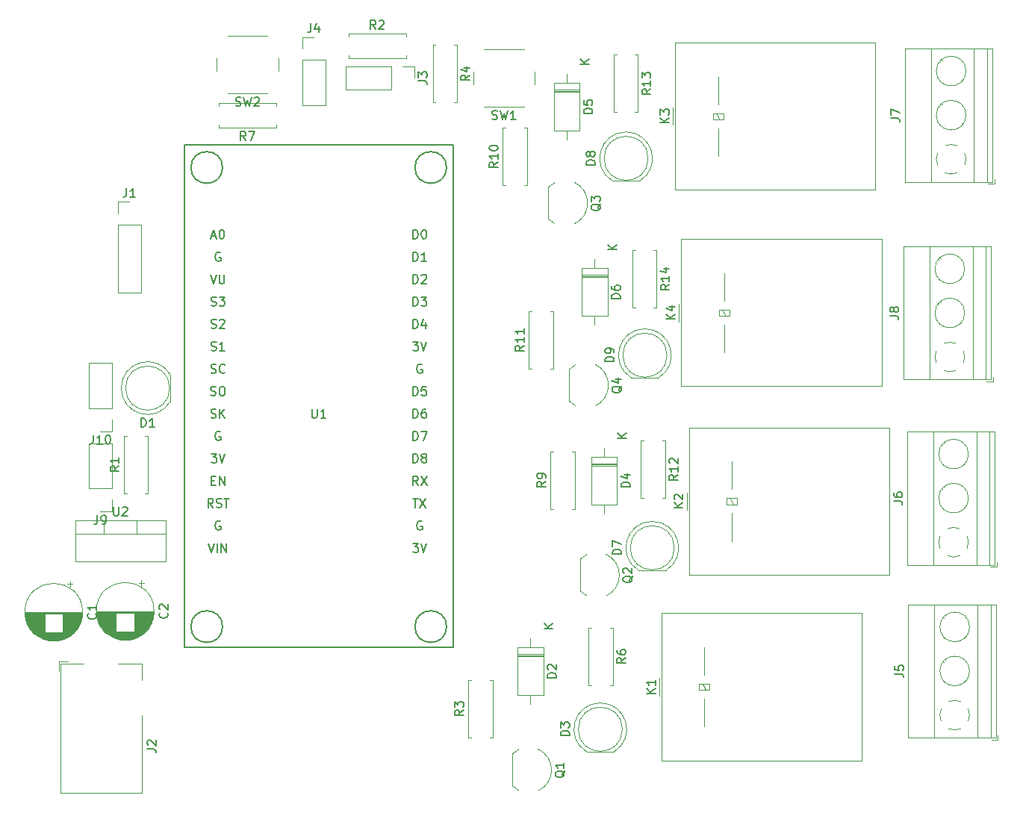
<source format=gbr>
%TF.GenerationSoftware,KiCad,Pcbnew,(5.1.12)-1*%
%TF.CreationDate,2022-03-25T13:57:00+05:30*%
%TF.ProjectId,greenhosue,67726565-6e68-46f7-9375-652e6b696361,rev?*%
%TF.SameCoordinates,Original*%
%TF.FileFunction,Legend,Top*%
%TF.FilePolarity,Positive*%
%FSLAX46Y46*%
G04 Gerber Fmt 4.6, Leading zero omitted, Abs format (unit mm)*
G04 Created by KiCad (PCBNEW (5.1.12)-1) date 2022-03-25 13:57:00*
%MOMM*%
%LPD*%
G01*
G04 APERTURE LIST*
%ADD10C,0.120000*%
%ADD11C,0.150000*%
G04 APERTURE END LIST*
D10*
%TO.C,K1*%
X134076800Y-101469200D02*
X134076800Y-98319200D01*
X134076800Y-107319200D02*
X134076800Y-104169200D01*
X128966800Y-103819200D02*
X128966800Y-101819200D01*
X134676800Y-103169200D02*
X134676800Y-102469200D01*
X133476800Y-103169200D02*
X134676800Y-103169200D01*
X133476800Y-102469200D02*
X133476800Y-103169200D01*
X134676800Y-102469200D02*
X133476800Y-102469200D01*
X134276800Y-103169200D02*
X133876800Y-102469200D01*
X151926800Y-111169200D02*
X151926800Y-94469200D01*
X129226800Y-111169200D02*
X151926800Y-111169200D01*
X129226800Y-94469200D02*
X129226800Y-111169200D01*
X151926800Y-94469200D02*
X129226800Y-94469200D01*
%TO.C,R4*%
X103303400Y-36544000D02*
X103633400Y-36544000D01*
X103303400Y-30004000D02*
X103303400Y-36544000D01*
X103633400Y-30004000D02*
X103303400Y-30004000D01*
X106043400Y-36544000D02*
X105713400Y-36544000D01*
X106043400Y-30004000D02*
X106043400Y-36544000D01*
X105713400Y-30004000D02*
X106043400Y-30004000D01*
%TO.C,SW1*%
X107880200Y-33017200D02*
X107880200Y-34517200D01*
X109130200Y-37017200D02*
X113630200Y-37017200D01*
X114880200Y-34517200D02*
X114880200Y-33017200D01*
X113630200Y-30517200D02*
X109130200Y-30517200D01*
%TO.C,SW2*%
X78797200Y-31493200D02*
X78797200Y-32993200D01*
X80047200Y-35493200D02*
X84547200Y-35493200D01*
X85797200Y-32993200D02*
X85797200Y-31493200D01*
X84547200Y-28993200D02*
X80047200Y-28993200D01*
%TO.C,R7*%
X79000600Y-36628400D02*
X79000600Y-36958400D01*
X85540600Y-36628400D02*
X79000600Y-36628400D01*
X85540600Y-36958400D02*
X85540600Y-36628400D01*
X79000600Y-39368400D02*
X79000600Y-39038400D01*
X85540600Y-39368400D02*
X79000600Y-39368400D01*
X85540600Y-39038400D02*
X85540600Y-39368400D01*
D11*
%TO.C,U1*%
X105623200Y-98356600D02*
X105623200Y-41356600D01*
X75123200Y-98356600D02*
X105623200Y-98356600D01*
X75123200Y-41356600D02*
X75123200Y-98356600D01*
X75623200Y-41356600D02*
X75123200Y-41356600D01*
X105623200Y-41356600D02*
X75623200Y-41356600D01*
X104869251Y-43916600D02*
G75*
G03*
X104869251Y-43916600I-1796051J0D01*
G01*
X79469251Y-43916600D02*
G75*
G03*
X79469251Y-43916600I-1796051J0D01*
G01*
X79469251Y-95986600D02*
G75*
G03*
X79469251Y-95986600I-1796051J0D01*
G01*
X104869251Y-95986600D02*
G75*
G03*
X104869251Y-95986600I-1796051J0D01*
G01*
D10*
%TO.C,Q4*%
X118774600Y-66805400D02*
X118774600Y-70405400D01*
X119501805Y-70929584D02*
G75*
G02*
X118774600Y-70405400I1122795J2324184D01*
G01*
X121723407Y-70961800D02*
G75*
G03*
X123224600Y-68605400I-1098807J2356400D01*
G01*
X121723407Y-66249000D02*
G75*
G02*
X123224600Y-68605400I-1098807J-2356400D01*
G01*
X119501805Y-66281216D02*
G75*
G03*
X118774600Y-66805400I1122795J-2324184D01*
G01*
%TO.C,Q3*%
X116412400Y-46155200D02*
X116412400Y-49755200D01*
X117139605Y-50279384D02*
G75*
G02*
X116412400Y-49755200I1122795J2324184D01*
G01*
X119361207Y-50311600D02*
G75*
G03*
X120862400Y-47955200I-1098807J2356400D01*
G01*
X119361207Y-45598800D02*
G75*
G02*
X120862400Y-47955200I-1098807J-2356400D01*
G01*
X117139605Y-45631016D02*
G75*
G03*
X116412400Y-46155200I1122795J-2324184D01*
G01*
%TO.C,Q2*%
X120019200Y-88344600D02*
X120019200Y-91944600D01*
X120746405Y-92468784D02*
G75*
G02*
X120019200Y-91944600I1122795J2324184D01*
G01*
X122968007Y-92501000D02*
G75*
G03*
X124469200Y-90144600I-1098807J2356400D01*
G01*
X122968007Y-87788200D02*
G75*
G02*
X124469200Y-90144600I-1098807J-2356400D01*
G01*
X120746405Y-87820416D02*
G75*
G03*
X120019200Y-88344600I1122795J-2324184D01*
G01*
%TO.C,Q1*%
X112323000Y-110442600D02*
X112323000Y-114042600D01*
X113050205Y-114566784D02*
G75*
G02*
X112323000Y-114042600I1122795J2324184D01*
G01*
X115271807Y-114599000D02*
G75*
G03*
X116773000Y-112242600I-1098807J2356400D01*
G01*
X115271807Y-109886200D02*
G75*
G02*
X116773000Y-112242600I-1098807J-2356400D01*
G01*
X113050205Y-109918416D02*
G75*
G03*
X112323000Y-110442600I1122795J-2324184D01*
G01*
%TO.C,U2*%
X69719800Y-83953600D02*
X69719800Y-85463600D01*
X66018800Y-83953600D02*
X66018800Y-85463600D01*
X62748800Y-85463600D02*
X72988800Y-85463600D01*
X72988800Y-83953600D02*
X72988800Y-88594600D01*
X62748800Y-83953600D02*
X62748800Y-88594600D01*
X62748800Y-88594600D02*
X72988800Y-88594600D01*
X62748800Y-83953600D02*
X72988800Y-83953600D01*
%TO.C,R14*%
X125934800Y-59810400D02*
X126264800Y-59810400D01*
X125934800Y-53270400D02*
X125934800Y-59810400D01*
X126264800Y-53270400D02*
X125934800Y-53270400D01*
X128674800Y-59810400D02*
X128344800Y-59810400D01*
X128674800Y-53270400D02*
X128674800Y-59810400D01*
X128344800Y-53270400D02*
X128674800Y-53270400D01*
%TO.C,R13*%
X123826600Y-37661600D02*
X124156600Y-37661600D01*
X123826600Y-31121600D02*
X123826600Y-37661600D01*
X124156600Y-31121600D02*
X123826600Y-31121600D01*
X126566600Y-37661600D02*
X126236600Y-37661600D01*
X126566600Y-31121600D02*
X126566600Y-37661600D01*
X126236600Y-31121600D02*
X126566600Y-31121600D01*
%TO.C,R12*%
X126900000Y-81400400D02*
X127230000Y-81400400D01*
X126900000Y-74860400D02*
X126900000Y-81400400D01*
X127230000Y-74860400D02*
X126900000Y-74860400D01*
X129640000Y-81400400D02*
X129310000Y-81400400D01*
X129640000Y-74860400D02*
X129640000Y-81400400D01*
X129310000Y-74860400D02*
X129640000Y-74860400D01*
%TO.C,R11*%
X116940000Y-60204600D02*
X116610000Y-60204600D01*
X116940000Y-66744600D02*
X116940000Y-60204600D01*
X116610000Y-66744600D02*
X116940000Y-66744600D01*
X114200000Y-60204600D02*
X114530000Y-60204600D01*
X114200000Y-66744600D02*
X114200000Y-60204600D01*
X114530000Y-66744600D02*
X114200000Y-66744600D01*
%TO.C,R10*%
X113993600Y-39402000D02*
X113663600Y-39402000D01*
X113993600Y-45942000D02*
X113993600Y-39402000D01*
X113663600Y-45942000D02*
X113993600Y-45942000D01*
X111253600Y-39402000D02*
X111583600Y-39402000D01*
X111253600Y-45942000D02*
X111253600Y-39402000D01*
X111583600Y-45942000D02*
X111253600Y-45942000D01*
%TO.C,R9*%
X119403800Y-76105000D02*
X119073800Y-76105000D01*
X119403800Y-82645000D02*
X119403800Y-76105000D01*
X119073800Y-82645000D02*
X119403800Y-82645000D01*
X116663800Y-76105000D02*
X116993800Y-76105000D01*
X116663800Y-82645000D02*
X116663800Y-76105000D01*
X116993800Y-82645000D02*
X116663800Y-82645000D01*
%TO.C,R6*%
X120981800Y-102634800D02*
X121311800Y-102634800D01*
X120981800Y-96094800D02*
X120981800Y-102634800D01*
X121311800Y-96094800D02*
X120981800Y-96094800D01*
X123721800Y-102634800D02*
X123391800Y-102634800D01*
X123721800Y-96094800D02*
X123721800Y-102634800D01*
X123391800Y-96094800D02*
X123721800Y-96094800D01*
%TO.C,R3*%
X110082000Y-102013000D02*
X109752000Y-102013000D01*
X110082000Y-108553000D02*
X110082000Y-102013000D01*
X109752000Y-108553000D02*
X110082000Y-108553000D01*
X107342000Y-102013000D02*
X107672000Y-102013000D01*
X107342000Y-108553000D02*
X107342000Y-102013000D01*
X107672000Y-108553000D02*
X107342000Y-108553000D01*
%TO.C,R2*%
X100272600Y-31494400D02*
X100272600Y-31164400D01*
X93732600Y-31494400D02*
X100272600Y-31494400D01*
X93732600Y-31164400D02*
X93732600Y-31494400D01*
X100272600Y-28754400D02*
X100272600Y-29084400D01*
X93732600Y-28754400D02*
X100272600Y-28754400D01*
X93732600Y-29084400D02*
X93732600Y-28754400D01*
%TO.C,R1*%
X71016800Y-74352400D02*
X70686800Y-74352400D01*
X71016800Y-80892400D02*
X71016800Y-74352400D01*
X70686800Y-80892400D02*
X71016800Y-80892400D01*
X68276800Y-74352400D02*
X68606800Y-74352400D01*
X68276800Y-80892400D02*
X68276800Y-74352400D01*
X68606800Y-80892400D02*
X68276800Y-80892400D01*
%TO.C,J10*%
X66938200Y-73821600D02*
X65608200Y-73821600D01*
X66938200Y-72491600D02*
X66938200Y-73821600D01*
X66938200Y-71221600D02*
X64278200Y-71221600D01*
X64278200Y-71221600D02*
X64278200Y-66081600D01*
X66938200Y-71221600D02*
X66938200Y-66081600D01*
X66938200Y-66081600D02*
X64278200Y-66081600D01*
%TO.C,J9*%
X66938200Y-82914800D02*
X65608200Y-82914800D01*
X66938200Y-81584800D02*
X66938200Y-82914800D01*
X66938200Y-80314800D02*
X64278200Y-80314800D01*
X64278200Y-80314800D02*
X64278200Y-75174800D01*
X66938200Y-80314800D02*
X66938200Y-75174800D01*
X66938200Y-75174800D02*
X64278200Y-75174800D01*
%TO.C,J8*%
X166825000Y-68205000D02*
X166825000Y-67705000D01*
X166085000Y-68205000D02*
X166825000Y-68205000D01*
X162948000Y-56632000D02*
X162994000Y-56679000D01*
X160650000Y-54335000D02*
X160686000Y-54370000D01*
X163164000Y-56439000D02*
X163199000Y-56474000D01*
X160856000Y-54130000D02*
X160902000Y-54177000D01*
X162948000Y-61632000D02*
X162994000Y-61679000D01*
X160650000Y-59335000D02*
X160686000Y-59370000D01*
X163164000Y-61439000D02*
X163199000Y-61474000D01*
X160856000Y-59130000D02*
X160902000Y-59177000D01*
X156664000Y-52845000D02*
X166585000Y-52845000D01*
X156664000Y-67965000D02*
X166585000Y-67965000D01*
X166585000Y-67965000D02*
X166585000Y-52845000D01*
X156664000Y-67965000D02*
X156664000Y-52845000D01*
X159624000Y-67965000D02*
X159624000Y-52845000D01*
X164525000Y-67965000D02*
X164525000Y-52845000D01*
X166025000Y-67965000D02*
X166025000Y-52845000D01*
X163605000Y-55405000D02*
G75*
G03*
X163605000Y-55405000I-1680000J0D01*
G01*
X163605000Y-60405000D02*
G75*
G03*
X163605000Y-60405000I-1680000J0D01*
G01*
X163605253Y-65376195D02*
G75*
G02*
X163460000Y-66089000I-1680253J-28805D01*
G01*
X162608042Y-66940426D02*
G75*
G02*
X161241000Y-66940000I-683042J1535426D01*
G01*
X160389574Y-66088042D02*
G75*
G02*
X160390000Y-64721000I1535426J683042D01*
G01*
X161241958Y-63869574D02*
G75*
G02*
X162609000Y-63870000I683042J-1535426D01*
G01*
X163459756Y-64721682D02*
G75*
G02*
X163605000Y-65405000I-1534756J-683318D01*
G01*
%TO.C,J7*%
X166977400Y-45776800D02*
X166977400Y-45276800D01*
X166237400Y-45776800D02*
X166977400Y-45776800D01*
X163100400Y-34203800D02*
X163146400Y-34250800D01*
X160802400Y-31906800D02*
X160838400Y-31941800D01*
X163316400Y-34010800D02*
X163351400Y-34045800D01*
X161008400Y-31701800D02*
X161054400Y-31748800D01*
X163100400Y-39203800D02*
X163146400Y-39250800D01*
X160802400Y-36906800D02*
X160838400Y-36941800D01*
X163316400Y-39010800D02*
X163351400Y-39045800D01*
X161008400Y-36701800D02*
X161054400Y-36748800D01*
X156816400Y-30416800D02*
X166737400Y-30416800D01*
X156816400Y-45536800D02*
X166737400Y-45536800D01*
X166737400Y-45536800D02*
X166737400Y-30416800D01*
X156816400Y-45536800D02*
X156816400Y-30416800D01*
X159776400Y-45536800D02*
X159776400Y-30416800D01*
X164677400Y-45536800D02*
X164677400Y-30416800D01*
X166177400Y-45536800D02*
X166177400Y-30416800D01*
X163757400Y-32976800D02*
G75*
G03*
X163757400Y-32976800I-1680000J0D01*
G01*
X163757400Y-37976800D02*
G75*
G03*
X163757400Y-37976800I-1680000J0D01*
G01*
X163757653Y-42947995D02*
G75*
G02*
X163612400Y-43660800I-1680253J-28805D01*
G01*
X162760442Y-44512226D02*
G75*
G02*
X161393400Y-44511800I-683042J1535426D01*
G01*
X160541974Y-43659842D02*
G75*
G02*
X160542400Y-42292800I1535426J683042D01*
G01*
X161394358Y-41441374D02*
G75*
G02*
X162761400Y-41441800I683042J-1535426D01*
G01*
X163612156Y-42293482D02*
G75*
G02*
X163757400Y-42976800I-1534756J-683318D01*
G01*
%TO.C,J6*%
X167256800Y-89210800D02*
X167256800Y-88710800D01*
X166516800Y-89210800D02*
X167256800Y-89210800D01*
X163379800Y-77637800D02*
X163425800Y-77684800D01*
X161081800Y-75340800D02*
X161117800Y-75375800D01*
X163595800Y-77444800D02*
X163630800Y-77479800D01*
X161287800Y-75135800D02*
X161333800Y-75182800D01*
X163379800Y-82637800D02*
X163425800Y-82684800D01*
X161081800Y-80340800D02*
X161117800Y-80375800D01*
X163595800Y-82444800D02*
X163630800Y-82479800D01*
X161287800Y-80135800D02*
X161333800Y-80182800D01*
X157095800Y-73850800D02*
X167016800Y-73850800D01*
X157095800Y-88970800D02*
X167016800Y-88970800D01*
X167016800Y-88970800D02*
X167016800Y-73850800D01*
X157095800Y-88970800D02*
X157095800Y-73850800D01*
X160055800Y-88970800D02*
X160055800Y-73850800D01*
X164956800Y-88970800D02*
X164956800Y-73850800D01*
X166456800Y-88970800D02*
X166456800Y-73850800D01*
X164036800Y-76410800D02*
G75*
G03*
X164036800Y-76410800I-1680000J0D01*
G01*
X164036800Y-81410800D02*
G75*
G03*
X164036800Y-81410800I-1680000J0D01*
G01*
X164037053Y-86381995D02*
G75*
G02*
X163891800Y-87094800I-1680253J-28805D01*
G01*
X163039842Y-87946226D02*
G75*
G02*
X161672800Y-87945800I-683042J1535426D01*
G01*
X160821374Y-87093842D02*
G75*
G02*
X160821800Y-85726800I1535426J683042D01*
G01*
X161673758Y-84875374D02*
G75*
G02*
X163040800Y-84875800I683042J-1535426D01*
G01*
X163891556Y-85727482D02*
G75*
G02*
X164036800Y-86410800I-1534756J-683318D01*
G01*
%TO.C,J5*%
X167383800Y-108819600D02*
X167383800Y-108319600D01*
X166643800Y-108819600D02*
X167383800Y-108819600D01*
X163506800Y-97246600D02*
X163552800Y-97293600D01*
X161208800Y-94949600D02*
X161244800Y-94984600D01*
X163722800Y-97053600D02*
X163757800Y-97088600D01*
X161414800Y-94744600D02*
X161460800Y-94791600D01*
X163506800Y-102246600D02*
X163552800Y-102293600D01*
X161208800Y-99949600D02*
X161244800Y-99984600D01*
X163722800Y-102053600D02*
X163757800Y-102088600D01*
X161414800Y-99744600D02*
X161460800Y-99791600D01*
X157222800Y-93459600D02*
X167143800Y-93459600D01*
X157222800Y-108579600D02*
X167143800Y-108579600D01*
X167143800Y-108579600D02*
X167143800Y-93459600D01*
X157222800Y-108579600D02*
X157222800Y-93459600D01*
X160182800Y-108579600D02*
X160182800Y-93459600D01*
X165083800Y-108579600D02*
X165083800Y-93459600D01*
X166583800Y-108579600D02*
X166583800Y-93459600D01*
X164163800Y-96019600D02*
G75*
G03*
X164163800Y-96019600I-1680000J0D01*
G01*
X164163800Y-101019600D02*
G75*
G03*
X164163800Y-101019600I-1680000J0D01*
G01*
X164164053Y-105990795D02*
G75*
G02*
X164018800Y-106703600I-1680253J-28805D01*
G01*
X163166842Y-107555026D02*
G75*
G02*
X161799800Y-107554600I-683042J1535426D01*
G01*
X160948374Y-106702642D02*
G75*
G02*
X160948800Y-105335600I1535426J683042D01*
G01*
X161800758Y-104484174D02*
G75*
G02*
X163167800Y-104484600I683042J-1535426D01*
G01*
X164018556Y-105336282D02*
G75*
G02*
X164163800Y-106019600I-1534756J-683318D01*
G01*
%TO.C,J4*%
X88484400Y-29124600D02*
X89814400Y-29124600D01*
X88484400Y-30454600D02*
X88484400Y-29124600D01*
X88484400Y-31724600D02*
X91144400Y-31724600D01*
X91144400Y-31724600D02*
X91144400Y-36864600D01*
X88484400Y-31724600D02*
X88484400Y-36864600D01*
X88484400Y-36864600D02*
X91144400Y-36864600D01*
%TO.C,J3*%
X101202800Y-32426600D02*
X101202800Y-33756600D01*
X99872800Y-32426600D02*
X101202800Y-32426600D01*
X98602800Y-32426600D02*
X98602800Y-35086600D01*
X98602800Y-35086600D02*
X93462800Y-35086600D01*
X98602800Y-32426600D02*
X93462800Y-32426600D01*
X93462800Y-32426600D02*
X93462800Y-35086600D01*
%TO.C,J2*%
X61959800Y-99966600D02*
X60909800Y-99966600D01*
X60909800Y-101016600D02*
X60909800Y-99966600D01*
X70309800Y-106066600D02*
X70309800Y-114866600D01*
X70309800Y-114866600D02*
X61109800Y-114866600D01*
X67609800Y-100166600D02*
X70309800Y-100166600D01*
X70309800Y-100166600D02*
X70309800Y-102066600D01*
X61109800Y-114866600D02*
X61109800Y-100166600D01*
X61109800Y-100166600D02*
X63709800Y-100166600D01*
%TO.C,D9*%
X125810600Y-67761800D02*
X128900600Y-67761800D01*
X129855600Y-65201800D02*
G75*
G03*
X129855600Y-65201800I-2500000J0D01*
G01*
X127355138Y-62211800D02*
G75*
G02*
X128900430Y-67761800I462J-2990000D01*
G01*
X127356062Y-62211800D02*
G75*
G03*
X125810770Y-67761800I-462J-2990000D01*
G01*
%TO.C,D8*%
X123677000Y-45435200D02*
X126767000Y-45435200D01*
X127722000Y-42875200D02*
G75*
G03*
X127722000Y-42875200I-2500000J0D01*
G01*
X125221538Y-39885200D02*
G75*
G02*
X126766830Y-45435200I462J-2990000D01*
G01*
X125222462Y-39885200D02*
G75*
G03*
X123677170Y-45435200I-462J-2990000D01*
G01*
%TO.C,D7*%
X126648800Y-89605800D02*
X129738800Y-89605800D01*
X130693800Y-87045800D02*
G75*
G03*
X130693800Y-87045800I-2500000J0D01*
G01*
X128193338Y-84055800D02*
G75*
G02*
X129738630Y-89605800I462J-2990000D01*
G01*
X128194262Y-84055800D02*
G75*
G03*
X126648970Y-89605800I-462J-2990000D01*
G01*
%TO.C,D3*%
X120756000Y-110179800D02*
X123846000Y-110179800D01*
X124801000Y-107619800D02*
G75*
G03*
X124801000Y-107619800I-2500000J0D01*
G01*
X122300538Y-104629800D02*
G75*
G02*
X123845830Y-110179800I462J-2990000D01*
G01*
X122301462Y-104629800D02*
G75*
G03*
X120756170Y-110179800I-462J-2990000D01*
G01*
%TO.C,D1*%
X73527600Y-70480600D02*
X73527600Y-67390600D01*
X73467600Y-68935600D02*
G75*
G03*
X73467600Y-68935600I-2500000J0D01*
G01*
X67977600Y-68936062D02*
G75*
G02*
X73527600Y-67390770I2990000J462D01*
G01*
X67977600Y-68935138D02*
G75*
G03*
X73527600Y-70480430I2990000J-462D01*
G01*
%TO.C,C2*%
X70581600Y-91054159D02*
X69951600Y-91054159D01*
X70266600Y-90739159D02*
X70266600Y-91369159D01*
X68829600Y-97480400D02*
X68025600Y-97480400D01*
X69060600Y-97440400D02*
X67794600Y-97440400D01*
X69229600Y-97400400D02*
X67625600Y-97400400D01*
X69367600Y-97360400D02*
X67487600Y-97360400D01*
X69486600Y-97320400D02*
X67368600Y-97320400D01*
X69592600Y-97280400D02*
X67262600Y-97280400D01*
X69689600Y-97240400D02*
X67165600Y-97240400D01*
X69777600Y-97200400D02*
X67077600Y-97200400D01*
X69859600Y-97160400D02*
X66995600Y-97160400D01*
X69936600Y-97120400D02*
X66918600Y-97120400D01*
X70008600Y-97080400D02*
X66846600Y-97080400D01*
X70077600Y-97040400D02*
X66777600Y-97040400D01*
X70141600Y-97000400D02*
X66713600Y-97000400D01*
X70203600Y-96960400D02*
X66651600Y-96960400D01*
X70261600Y-96920400D02*
X66593600Y-96920400D01*
X70317600Y-96880400D02*
X66537600Y-96880400D01*
X70371600Y-96840400D02*
X66483600Y-96840400D01*
X70422600Y-96800400D02*
X66432600Y-96800400D01*
X70471600Y-96760400D02*
X66383600Y-96760400D01*
X70519600Y-96720400D02*
X66335600Y-96720400D01*
X70564600Y-96680400D02*
X66290600Y-96680400D01*
X70609600Y-96640400D02*
X66245600Y-96640400D01*
X70651600Y-96600400D02*
X66203600Y-96600400D01*
X70692600Y-96560400D02*
X66162600Y-96560400D01*
X67387600Y-96520400D02*
X66122600Y-96520400D01*
X70732600Y-96520400D02*
X69467600Y-96520400D01*
X67387600Y-96480400D02*
X66084600Y-96480400D01*
X70770600Y-96480400D02*
X69467600Y-96480400D01*
X67387600Y-96440400D02*
X66047600Y-96440400D01*
X70807600Y-96440400D02*
X69467600Y-96440400D01*
X67387600Y-96400400D02*
X66011600Y-96400400D01*
X70843600Y-96400400D02*
X69467600Y-96400400D01*
X67387600Y-96360400D02*
X65977600Y-96360400D01*
X70877600Y-96360400D02*
X69467600Y-96360400D01*
X67387600Y-96320400D02*
X65943600Y-96320400D01*
X70911600Y-96320400D02*
X69467600Y-96320400D01*
X67387600Y-96280400D02*
X65911600Y-96280400D01*
X70943600Y-96280400D02*
X69467600Y-96280400D01*
X67387600Y-96240400D02*
X65879600Y-96240400D01*
X70975600Y-96240400D02*
X69467600Y-96240400D01*
X67387600Y-96200400D02*
X65849600Y-96200400D01*
X71005600Y-96200400D02*
X69467600Y-96200400D01*
X67387600Y-96160400D02*
X65820600Y-96160400D01*
X71034600Y-96160400D02*
X69467600Y-96160400D01*
X67387600Y-96120400D02*
X65791600Y-96120400D01*
X71063600Y-96120400D02*
X69467600Y-96120400D01*
X67387600Y-96080400D02*
X65763600Y-96080400D01*
X71091600Y-96080400D02*
X69467600Y-96080400D01*
X67387600Y-96040400D02*
X65737600Y-96040400D01*
X71117600Y-96040400D02*
X69467600Y-96040400D01*
X67387600Y-96000400D02*
X65711600Y-96000400D01*
X71143600Y-96000400D02*
X69467600Y-96000400D01*
X67387600Y-95960400D02*
X65685600Y-95960400D01*
X71169600Y-95960400D02*
X69467600Y-95960400D01*
X67387600Y-95920400D02*
X65661600Y-95920400D01*
X71193600Y-95920400D02*
X69467600Y-95920400D01*
X67387600Y-95880400D02*
X65637600Y-95880400D01*
X71217600Y-95880400D02*
X69467600Y-95880400D01*
X67387600Y-95840400D02*
X65615600Y-95840400D01*
X71239600Y-95840400D02*
X69467600Y-95840400D01*
X67387600Y-95800400D02*
X65593600Y-95800400D01*
X71261600Y-95800400D02*
X69467600Y-95800400D01*
X67387600Y-95760400D02*
X65571600Y-95760400D01*
X71283600Y-95760400D02*
X69467600Y-95760400D01*
X67387600Y-95720400D02*
X65551600Y-95720400D01*
X71303600Y-95720400D02*
X69467600Y-95720400D01*
X67387600Y-95680400D02*
X65531600Y-95680400D01*
X71323600Y-95680400D02*
X69467600Y-95680400D01*
X67387600Y-95640400D02*
X65511600Y-95640400D01*
X71343600Y-95640400D02*
X69467600Y-95640400D01*
X67387600Y-95600400D02*
X65493600Y-95600400D01*
X71361600Y-95600400D02*
X69467600Y-95600400D01*
X67387600Y-95560400D02*
X65475600Y-95560400D01*
X71379600Y-95560400D02*
X69467600Y-95560400D01*
X67387600Y-95520400D02*
X65457600Y-95520400D01*
X71397600Y-95520400D02*
X69467600Y-95520400D01*
X67387600Y-95480400D02*
X65441600Y-95480400D01*
X71413600Y-95480400D02*
X69467600Y-95480400D01*
X67387600Y-95440400D02*
X65425600Y-95440400D01*
X71429600Y-95440400D02*
X69467600Y-95440400D01*
X67387600Y-95400400D02*
X65409600Y-95400400D01*
X71445600Y-95400400D02*
X69467600Y-95400400D01*
X67387600Y-95360400D02*
X65394600Y-95360400D01*
X71460600Y-95360400D02*
X69467600Y-95360400D01*
X67387600Y-95320400D02*
X65380600Y-95320400D01*
X71474600Y-95320400D02*
X69467600Y-95320400D01*
X67387600Y-95280400D02*
X65366600Y-95280400D01*
X71488600Y-95280400D02*
X69467600Y-95280400D01*
X67387600Y-95240400D02*
X65353600Y-95240400D01*
X71501600Y-95240400D02*
X69467600Y-95240400D01*
X67387600Y-95200400D02*
X65341600Y-95200400D01*
X71513600Y-95200400D02*
X69467600Y-95200400D01*
X67387600Y-95160400D02*
X65329600Y-95160400D01*
X71525600Y-95160400D02*
X69467600Y-95160400D01*
X67387600Y-95120400D02*
X65317600Y-95120400D01*
X71537600Y-95120400D02*
X69467600Y-95120400D01*
X67387600Y-95080400D02*
X65306600Y-95080400D01*
X71548600Y-95080400D02*
X69467600Y-95080400D01*
X67387600Y-95040400D02*
X65296600Y-95040400D01*
X71558600Y-95040400D02*
X69467600Y-95040400D01*
X67387600Y-95000400D02*
X65286600Y-95000400D01*
X71568600Y-95000400D02*
X69467600Y-95000400D01*
X67387600Y-94960400D02*
X65277600Y-94960400D01*
X71577600Y-94960400D02*
X69467600Y-94960400D01*
X67387600Y-94919400D02*
X65268600Y-94919400D01*
X71586600Y-94919400D02*
X69467600Y-94919400D01*
X67387600Y-94879400D02*
X65260600Y-94879400D01*
X71594600Y-94879400D02*
X69467600Y-94879400D01*
X67387600Y-94839400D02*
X65252600Y-94839400D01*
X71602600Y-94839400D02*
X69467600Y-94839400D01*
X67387600Y-94799400D02*
X65245600Y-94799400D01*
X71609600Y-94799400D02*
X69467600Y-94799400D01*
X67387600Y-94759400D02*
X65238600Y-94759400D01*
X71616600Y-94759400D02*
X69467600Y-94759400D01*
X67387600Y-94719400D02*
X65232600Y-94719400D01*
X71622600Y-94719400D02*
X69467600Y-94719400D01*
X67387600Y-94679400D02*
X65226600Y-94679400D01*
X71628600Y-94679400D02*
X69467600Y-94679400D01*
X67387600Y-94639400D02*
X65221600Y-94639400D01*
X71633600Y-94639400D02*
X69467600Y-94639400D01*
X67387600Y-94599400D02*
X65216600Y-94599400D01*
X71638600Y-94599400D02*
X69467600Y-94599400D01*
X67387600Y-94559400D02*
X65212600Y-94559400D01*
X71642600Y-94559400D02*
X69467600Y-94559400D01*
X67387600Y-94519400D02*
X65209600Y-94519400D01*
X71645600Y-94519400D02*
X69467600Y-94519400D01*
X67387600Y-94479400D02*
X65205600Y-94479400D01*
X71649600Y-94479400D02*
X69467600Y-94479400D01*
X71651600Y-94439400D02*
X65203600Y-94439400D01*
X71654600Y-94399400D02*
X65200600Y-94399400D01*
X71655600Y-94359400D02*
X65199600Y-94359400D01*
X71657600Y-94319400D02*
X65197600Y-94319400D01*
X71657600Y-94279400D02*
X65197600Y-94279400D01*
X71657600Y-94239400D02*
X65197600Y-94239400D01*
X71697600Y-94239400D02*
G75*
G03*
X71697600Y-94239400I-3270000J0D01*
G01*
%TO.C,C1*%
X62479000Y-91155759D02*
X61849000Y-91155759D01*
X62164000Y-90840759D02*
X62164000Y-91470759D01*
X60727000Y-97582000D02*
X59923000Y-97582000D01*
X60958000Y-97542000D02*
X59692000Y-97542000D01*
X61127000Y-97502000D02*
X59523000Y-97502000D01*
X61265000Y-97462000D02*
X59385000Y-97462000D01*
X61384000Y-97422000D02*
X59266000Y-97422000D01*
X61490000Y-97382000D02*
X59160000Y-97382000D01*
X61587000Y-97342000D02*
X59063000Y-97342000D01*
X61675000Y-97302000D02*
X58975000Y-97302000D01*
X61757000Y-97262000D02*
X58893000Y-97262000D01*
X61834000Y-97222000D02*
X58816000Y-97222000D01*
X61906000Y-97182000D02*
X58744000Y-97182000D01*
X61975000Y-97142000D02*
X58675000Y-97142000D01*
X62039000Y-97102000D02*
X58611000Y-97102000D01*
X62101000Y-97062000D02*
X58549000Y-97062000D01*
X62159000Y-97022000D02*
X58491000Y-97022000D01*
X62215000Y-96982000D02*
X58435000Y-96982000D01*
X62269000Y-96942000D02*
X58381000Y-96942000D01*
X62320000Y-96902000D02*
X58330000Y-96902000D01*
X62369000Y-96862000D02*
X58281000Y-96862000D01*
X62417000Y-96822000D02*
X58233000Y-96822000D01*
X62462000Y-96782000D02*
X58188000Y-96782000D01*
X62507000Y-96742000D02*
X58143000Y-96742000D01*
X62549000Y-96702000D02*
X58101000Y-96702000D01*
X62590000Y-96662000D02*
X58060000Y-96662000D01*
X59285000Y-96622000D02*
X58020000Y-96622000D01*
X62630000Y-96622000D02*
X61365000Y-96622000D01*
X59285000Y-96582000D02*
X57982000Y-96582000D01*
X62668000Y-96582000D02*
X61365000Y-96582000D01*
X59285000Y-96542000D02*
X57945000Y-96542000D01*
X62705000Y-96542000D02*
X61365000Y-96542000D01*
X59285000Y-96502000D02*
X57909000Y-96502000D01*
X62741000Y-96502000D02*
X61365000Y-96502000D01*
X59285000Y-96462000D02*
X57875000Y-96462000D01*
X62775000Y-96462000D02*
X61365000Y-96462000D01*
X59285000Y-96422000D02*
X57841000Y-96422000D01*
X62809000Y-96422000D02*
X61365000Y-96422000D01*
X59285000Y-96382000D02*
X57809000Y-96382000D01*
X62841000Y-96382000D02*
X61365000Y-96382000D01*
X59285000Y-96342000D02*
X57777000Y-96342000D01*
X62873000Y-96342000D02*
X61365000Y-96342000D01*
X59285000Y-96302000D02*
X57747000Y-96302000D01*
X62903000Y-96302000D02*
X61365000Y-96302000D01*
X59285000Y-96262000D02*
X57718000Y-96262000D01*
X62932000Y-96262000D02*
X61365000Y-96262000D01*
X59285000Y-96222000D02*
X57689000Y-96222000D01*
X62961000Y-96222000D02*
X61365000Y-96222000D01*
X59285000Y-96182000D02*
X57661000Y-96182000D01*
X62989000Y-96182000D02*
X61365000Y-96182000D01*
X59285000Y-96142000D02*
X57635000Y-96142000D01*
X63015000Y-96142000D02*
X61365000Y-96142000D01*
X59285000Y-96102000D02*
X57609000Y-96102000D01*
X63041000Y-96102000D02*
X61365000Y-96102000D01*
X59285000Y-96062000D02*
X57583000Y-96062000D01*
X63067000Y-96062000D02*
X61365000Y-96062000D01*
X59285000Y-96022000D02*
X57559000Y-96022000D01*
X63091000Y-96022000D02*
X61365000Y-96022000D01*
X59285000Y-95982000D02*
X57535000Y-95982000D01*
X63115000Y-95982000D02*
X61365000Y-95982000D01*
X59285000Y-95942000D02*
X57513000Y-95942000D01*
X63137000Y-95942000D02*
X61365000Y-95942000D01*
X59285000Y-95902000D02*
X57491000Y-95902000D01*
X63159000Y-95902000D02*
X61365000Y-95902000D01*
X59285000Y-95862000D02*
X57469000Y-95862000D01*
X63181000Y-95862000D02*
X61365000Y-95862000D01*
X59285000Y-95822000D02*
X57449000Y-95822000D01*
X63201000Y-95822000D02*
X61365000Y-95822000D01*
X59285000Y-95782000D02*
X57429000Y-95782000D01*
X63221000Y-95782000D02*
X61365000Y-95782000D01*
X59285000Y-95742000D02*
X57409000Y-95742000D01*
X63241000Y-95742000D02*
X61365000Y-95742000D01*
X59285000Y-95702000D02*
X57391000Y-95702000D01*
X63259000Y-95702000D02*
X61365000Y-95702000D01*
X59285000Y-95662000D02*
X57373000Y-95662000D01*
X63277000Y-95662000D02*
X61365000Y-95662000D01*
X59285000Y-95622000D02*
X57355000Y-95622000D01*
X63295000Y-95622000D02*
X61365000Y-95622000D01*
X59285000Y-95582000D02*
X57339000Y-95582000D01*
X63311000Y-95582000D02*
X61365000Y-95582000D01*
X59285000Y-95542000D02*
X57323000Y-95542000D01*
X63327000Y-95542000D02*
X61365000Y-95542000D01*
X59285000Y-95502000D02*
X57307000Y-95502000D01*
X63343000Y-95502000D02*
X61365000Y-95502000D01*
X59285000Y-95462000D02*
X57292000Y-95462000D01*
X63358000Y-95462000D02*
X61365000Y-95462000D01*
X59285000Y-95422000D02*
X57278000Y-95422000D01*
X63372000Y-95422000D02*
X61365000Y-95422000D01*
X59285000Y-95382000D02*
X57264000Y-95382000D01*
X63386000Y-95382000D02*
X61365000Y-95382000D01*
X59285000Y-95342000D02*
X57251000Y-95342000D01*
X63399000Y-95342000D02*
X61365000Y-95342000D01*
X59285000Y-95302000D02*
X57239000Y-95302000D01*
X63411000Y-95302000D02*
X61365000Y-95302000D01*
X59285000Y-95262000D02*
X57227000Y-95262000D01*
X63423000Y-95262000D02*
X61365000Y-95262000D01*
X59285000Y-95222000D02*
X57215000Y-95222000D01*
X63435000Y-95222000D02*
X61365000Y-95222000D01*
X59285000Y-95182000D02*
X57204000Y-95182000D01*
X63446000Y-95182000D02*
X61365000Y-95182000D01*
X59285000Y-95142000D02*
X57194000Y-95142000D01*
X63456000Y-95142000D02*
X61365000Y-95142000D01*
X59285000Y-95102000D02*
X57184000Y-95102000D01*
X63466000Y-95102000D02*
X61365000Y-95102000D01*
X59285000Y-95062000D02*
X57175000Y-95062000D01*
X63475000Y-95062000D02*
X61365000Y-95062000D01*
X59285000Y-95021000D02*
X57166000Y-95021000D01*
X63484000Y-95021000D02*
X61365000Y-95021000D01*
X59285000Y-94981000D02*
X57158000Y-94981000D01*
X63492000Y-94981000D02*
X61365000Y-94981000D01*
X59285000Y-94941000D02*
X57150000Y-94941000D01*
X63500000Y-94941000D02*
X61365000Y-94941000D01*
X59285000Y-94901000D02*
X57143000Y-94901000D01*
X63507000Y-94901000D02*
X61365000Y-94901000D01*
X59285000Y-94861000D02*
X57136000Y-94861000D01*
X63514000Y-94861000D02*
X61365000Y-94861000D01*
X59285000Y-94821000D02*
X57130000Y-94821000D01*
X63520000Y-94821000D02*
X61365000Y-94821000D01*
X59285000Y-94781000D02*
X57124000Y-94781000D01*
X63526000Y-94781000D02*
X61365000Y-94781000D01*
X59285000Y-94741000D02*
X57119000Y-94741000D01*
X63531000Y-94741000D02*
X61365000Y-94741000D01*
X59285000Y-94701000D02*
X57114000Y-94701000D01*
X63536000Y-94701000D02*
X61365000Y-94701000D01*
X59285000Y-94661000D02*
X57110000Y-94661000D01*
X63540000Y-94661000D02*
X61365000Y-94661000D01*
X59285000Y-94621000D02*
X57107000Y-94621000D01*
X63543000Y-94621000D02*
X61365000Y-94621000D01*
X59285000Y-94581000D02*
X57103000Y-94581000D01*
X63547000Y-94581000D02*
X61365000Y-94581000D01*
X63549000Y-94541000D02*
X57101000Y-94541000D01*
X63552000Y-94501000D02*
X57098000Y-94501000D01*
X63553000Y-94461000D02*
X57097000Y-94461000D01*
X63555000Y-94421000D02*
X57095000Y-94421000D01*
X63555000Y-94381000D02*
X57095000Y-94381000D01*
X63555000Y-94341000D02*
X57095000Y-94341000D01*
X63595000Y-94341000D02*
G75*
G03*
X63595000Y-94341000I-3270000J0D01*
G01*
%TO.C,K4*%
X136337400Y-59025800D02*
X136337400Y-55875800D01*
X136337400Y-64875800D02*
X136337400Y-61725800D01*
X131227400Y-61375800D02*
X131227400Y-59375800D01*
X136937400Y-60725800D02*
X136937400Y-60025800D01*
X135737400Y-60725800D02*
X136937400Y-60725800D01*
X135737400Y-60025800D02*
X135737400Y-60725800D01*
X136937400Y-60025800D02*
X135737400Y-60025800D01*
X136537400Y-60725800D02*
X136137400Y-60025800D01*
X154187400Y-68725800D02*
X154187400Y-52025800D01*
X131487400Y-68725800D02*
X154187400Y-68725800D01*
X131487400Y-52025800D02*
X131487400Y-68725800D01*
X154187400Y-52025800D02*
X131487400Y-52025800D01*
%TO.C,K3*%
X135651600Y-36750000D02*
X135651600Y-33600000D01*
X135651600Y-42600000D02*
X135651600Y-39450000D01*
X130541600Y-39100000D02*
X130541600Y-37100000D01*
X136251600Y-38450000D02*
X136251600Y-37750000D01*
X135051600Y-38450000D02*
X136251600Y-38450000D01*
X135051600Y-37750000D02*
X135051600Y-38450000D01*
X136251600Y-37750000D02*
X135051600Y-37750000D01*
X135851600Y-38450000D02*
X135451600Y-37750000D01*
X153501600Y-46450000D02*
X153501600Y-29750000D01*
X130801600Y-46450000D02*
X153501600Y-46450000D01*
X130801600Y-29750000D02*
X130801600Y-46450000D01*
X153501600Y-29750000D02*
X130801600Y-29750000D01*
%TO.C,K2*%
X137201000Y-80412600D02*
X137201000Y-77262600D01*
X137201000Y-86262600D02*
X137201000Y-83112600D01*
X132091000Y-82762600D02*
X132091000Y-80762600D01*
X137801000Y-82112600D02*
X137801000Y-81412600D01*
X136601000Y-82112600D02*
X137801000Y-82112600D01*
X136601000Y-81412600D02*
X136601000Y-82112600D01*
X137801000Y-81412600D02*
X136601000Y-81412600D01*
X137401000Y-82112600D02*
X137001000Y-81412600D01*
X155051000Y-90112600D02*
X155051000Y-73412600D01*
X132351000Y-90112600D02*
X155051000Y-90112600D01*
X132351000Y-73412600D02*
X132351000Y-90112600D01*
X155051000Y-73412600D02*
X132351000Y-73412600D01*
%TO.C,J1*%
X67580200Y-47819000D02*
X68910200Y-47819000D01*
X67580200Y-49149000D02*
X67580200Y-47819000D01*
X67580200Y-50419000D02*
X70240200Y-50419000D01*
X70240200Y-50419000D02*
X70240200Y-58099000D01*
X67580200Y-50419000D02*
X67580200Y-58099000D01*
X67580200Y-58099000D02*
X70240200Y-58099000D01*
%TO.C,D6*%
X123110600Y-55331700D02*
X120170600Y-55331700D01*
X120170600Y-55331700D02*
X120170600Y-60771700D01*
X120170600Y-60771700D02*
X123110600Y-60771700D01*
X123110600Y-60771700D02*
X123110600Y-55331700D01*
X121640600Y-54311700D02*
X121640600Y-55331700D01*
X121640600Y-61791700D02*
X121640600Y-60771700D01*
X123110600Y-56231700D02*
X120170600Y-56231700D01*
X123110600Y-56351700D02*
X120170600Y-56351700D01*
X123110600Y-56111700D02*
X120170600Y-56111700D01*
%TO.C,D5*%
X119961000Y-35093200D02*
X117021000Y-35093200D01*
X119961000Y-35333200D02*
X117021000Y-35333200D01*
X119961000Y-35213200D02*
X117021000Y-35213200D01*
X118491000Y-40773200D02*
X118491000Y-39753200D01*
X118491000Y-33293200D02*
X118491000Y-34313200D01*
X119961000Y-39753200D02*
X119961000Y-34313200D01*
X117021000Y-39753200D02*
X119961000Y-39753200D01*
X117021000Y-34313200D02*
X117021000Y-39753200D01*
X119961000Y-34313200D02*
X117021000Y-34313200D01*
%TO.C,D4*%
X124202800Y-77485800D02*
X121262800Y-77485800D01*
X124202800Y-77725800D02*
X121262800Y-77725800D01*
X124202800Y-77605800D02*
X121262800Y-77605800D01*
X122732800Y-83165800D02*
X122732800Y-82145800D01*
X122732800Y-75685800D02*
X122732800Y-76705800D01*
X124202800Y-82145800D02*
X124202800Y-76705800D01*
X121262800Y-82145800D02*
X124202800Y-82145800D01*
X121262800Y-76705800D02*
X121262800Y-82145800D01*
X124202800Y-76705800D02*
X121262800Y-76705800D01*
%TO.C,D2*%
X115846200Y-99101200D02*
X112906200Y-99101200D01*
X115846200Y-99341200D02*
X112906200Y-99341200D01*
X115846200Y-99221200D02*
X112906200Y-99221200D01*
X114376200Y-104781200D02*
X114376200Y-103761200D01*
X114376200Y-97301200D02*
X114376200Y-98321200D01*
X115846200Y-103761200D02*
X115846200Y-98321200D01*
X112906200Y-103761200D02*
X115846200Y-103761200D01*
X112906200Y-98321200D02*
X112906200Y-103761200D01*
X115846200Y-98321200D02*
X112906200Y-98321200D01*
%TO.C,K1*%
D11*
X128529180Y-103557295D02*
X127529180Y-103557295D01*
X128529180Y-102985866D02*
X127957752Y-103414438D01*
X127529180Y-102985866D02*
X128100609Y-103557295D01*
X128529180Y-102033485D02*
X128529180Y-102604914D01*
X128529180Y-102319200D02*
X127529180Y-102319200D01*
X127672038Y-102414438D01*
X127767276Y-102509676D01*
X127814895Y-102604914D01*
%TO.C,R4*%
X107495780Y-33440666D02*
X107019590Y-33774000D01*
X107495780Y-34012095D02*
X106495780Y-34012095D01*
X106495780Y-33631142D01*
X106543400Y-33535904D01*
X106591019Y-33488285D01*
X106686257Y-33440666D01*
X106829114Y-33440666D01*
X106924352Y-33488285D01*
X106971971Y-33535904D01*
X107019590Y-33631142D01*
X107019590Y-34012095D01*
X106829114Y-32583523D02*
X107495780Y-32583523D01*
X106448161Y-32821619D02*
X107162447Y-33059714D01*
X107162447Y-32440666D01*
%TO.C,SW1*%
X110046866Y-38421961D02*
X110189723Y-38469580D01*
X110427819Y-38469580D01*
X110523057Y-38421961D01*
X110570676Y-38374342D01*
X110618295Y-38279104D01*
X110618295Y-38183866D01*
X110570676Y-38088628D01*
X110523057Y-38041009D01*
X110427819Y-37993390D01*
X110237342Y-37945771D01*
X110142104Y-37898152D01*
X110094485Y-37850533D01*
X110046866Y-37755295D01*
X110046866Y-37660057D01*
X110094485Y-37564819D01*
X110142104Y-37517200D01*
X110237342Y-37469580D01*
X110475438Y-37469580D01*
X110618295Y-37517200D01*
X110951628Y-37469580D02*
X111189723Y-38469580D01*
X111380200Y-37755295D01*
X111570676Y-38469580D01*
X111808771Y-37469580D01*
X112713533Y-38469580D02*
X112142104Y-38469580D01*
X112427819Y-38469580D02*
X112427819Y-37469580D01*
X112332580Y-37612438D01*
X112237342Y-37707676D01*
X112142104Y-37755295D01*
%TO.C,SW2*%
X80963866Y-36897961D02*
X81106723Y-36945580D01*
X81344819Y-36945580D01*
X81440057Y-36897961D01*
X81487676Y-36850342D01*
X81535295Y-36755104D01*
X81535295Y-36659866D01*
X81487676Y-36564628D01*
X81440057Y-36517009D01*
X81344819Y-36469390D01*
X81154342Y-36421771D01*
X81059104Y-36374152D01*
X81011485Y-36326533D01*
X80963866Y-36231295D01*
X80963866Y-36136057D01*
X81011485Y-36040819D01*
X81059104Y-35993200D01*
X81154342Y-35945580D01*
X81392438Y-35945580D01*
X81535295Y-35993200D01*
X81868628Y-35945580D02*
X82106723Y-36945580D01*
X82297200Y-36231295D01*
X82487676Y-36945580D01*
X82725771Y-35945580D01*
X83059104Y-36040819D02*
X83106723Y-35993200D01*
X83201961Y-35945580D01*
X83440057Y-35945580D01*
X83535295Y-35993200D01*
X83582914Y-36040819D01*
X83630533Y-36136057D01*
X83630533Y-36231295D01*
X83582914Y-36374152D01*
X83011485Y-36945580D01*
X83630533Y-36945580D01*
%TO.C,R7*%
X82103933Y-40820780D02*
X81770600Y-40344590D01*
X81532504Y-40820780D02*
X81532504Y-39820780D01*
X81913457Y-39820780D01*
X82008695Y-39868400D01*
X82056314Y-39916019D01*
X82103933Y-40011257D01*
X82103933Y-40154114D01*
X82056314Y-40249352D01*
X82008695Y-40296971D01*
X81913457Y-40344590D01*
X81532504Y-40344590D01*
X82437266Y-39820780D02*
X83103933Y-39820780D01*
X82675361Y-40820780D01*
%TO.C,U1*%
X89611295Y-71308980D02*
X89611295Y-72118504D01*
X89658914Y-72213742D01*
X89706533Y-72261361D01*
X89801771Y-72308980D01*
X89992247Y-72308980D01*
X90087485Y-72261361D01*
X90135104Y-72213742D01*
X90182723Y-72118504D01*
X90182723Y-71308980D01*
X91182723Y-72308980D02*
X90611295Y-72308980D01*
X90897009Y-72308980D02*
X90897009Y-71308980D01*
X90801771Y-71451838D01*
X90706533Y-71547076D01*
X90611295Y-71594695D01*
X101065104Y-51988980D02*
X101065104Y-50988980D01*
X101303200Y-50988980D01*
X101446057Y-51036600D01*
X101541295Y-51131838D01*
X101588914Y-51227076D01*
X101636533Y-51417552D01*
X101636533Y-51560409D01*
X101588914Y-51750885D01*
X101541295Y-51846123D01*
X101446057Y-51941361D01*
X101303200Y-51988980D01*
X101065104Y-51988980D01*
X102255580Y-50988980D02*
X102350819Y-50988980D01*
X102446057Y-51036600D01*
X102493676Y-51084219D01*
X102541295Y-51179457D01*
X102588914Y-51369933D01*
X102588914Y-51608028D01*
X102541295Y-51798504D01*
X102493676Y-51893742D01*
X102446057Y-51941361D01*
X102350819Y-51988980D01*
X102255580Y-51988980D01*
X102160342Y-51941361D01*
X102112723Y-51893742D01*
X102065104Y-51798504D01*
X102017485Y-51608028D01*
X102017485Y-51369933D01*
X102065104Y-51179457D01*
X102112723Y-51084219D01*
X102160342Y-51036600D01*
X102255580Y-50988980D01*
X101065104Y-54528980D02*
X101065104Y-53528980D01*
X101303200Y-53528980D01*
X101446057Y-53576600D01*
X101541295Y-53671838D01*
X101588914Y-53767076D01*
X101636533Y-53957552D01*
X101636533Y-54100409D01*
X101588914Y-54290885D01*
X101541295Y-54386123D01*
X101446057Y-54481361D01*
X101303200Y-54528980D01*
X101065104Y-54528980D01*
X102588914Y-54528980D02*
X102017485Y-54528980D01*
X102303200Y-54528980D02*
X102303200Y-53528980D01*
X102207961Y-53671838D01*
X102112723Y-53767076D01*
X102017485Y-53814695D01*
X101065104Y-57068980D02*
X101065104Y-56068980D01*
X101303200Y-56068980D01*
X101446057Y-56116600D01*
X101541295Y-56211838D01*
X101588914Y-56307076D01*
X101636533Y-56497552D01*
X101636533Y-56640409D01*
X101588914Y-56830885D01*
X101541295Y-56926123D01*
X101446057Y-57021361D01*
X101303200Y-57068980D01*
X101065104Y-57068980D01*
X102017485Y-56164219D02*
X102065104Y-56116600D01*
X102160342Y-56068980D01*
X102398438Y-56068980D01*
X102493676Y-56116600D01*
X102541295Y-56164219D01*
X102588914Y-56259457D01*
X102588914Y-56354695D01*
X102541295Y-56497552D01*
X101969866Y-57068980D01*
X102588914Y-57068980D01*
X101065104Y-59608980D02*
X101065104Y-58608980D01*
X101303200Y-58608980D01*
X101446057Y-58656600D01*
X101541295Y-58751838D01*
X101588914Y-58847076D01*
X101636533Y-59037552D01*
X101636533Y-59180409D01*
X101588914Y-59370885D01*
X101541295Y-59466123D01*
X101446057Y-59561361D01*
X101303200Y-59608980D01*
X101065104Y-59608980D01*
X101969866Y-58608980D02*
X102588914Y-58608980D01*
X102255580Y-58989933D01*
X102398438Y-58989933D01*
X102493676Y-59037552D01*
X102541295Y-59085171D01*
X102588914Y-59180409D01*
X102588914Y-59418504D01*
X102541295Y-59513742D01*
X102493676Y-59561361D01*
X102398438Y-59608980D01*
X102112723Y-59608980D01*
X102017485Y-59561361D01*
X101969866Y-59513742D01*
X101065104Y-62148980D02*
X101065104Y-61148980D01*
X101303200Y-61148980D01*
X101446057Y-61196600D01*
X101541295Y-61291838D01*
X101588914Y-61387076D01*
X101636533Y-61577552D01*
X101636533Y-61720409D01*
X101588914Y-61910885D01*
X101541295Y-62006123D01*
X101446057Y-62101361D01*
X101303200Y-62148980D01*
X101065104Y-62148980D01*
X102493676Y-61482314D02*
X102493676Y-62148980D01*
X102255580Y-61101361D02*
X102017485Y-61815647D01*
X102636533Y-61815647D01*
X101041295Y-63688980D02*
X101660342Y-63688980D01*
X101327009Y-64069933D01*
X101469866Y-64069933D01*
X101565104Y-64117552D01*
X101612723Y-64165171D01*
X101660342Y-64260409D01*
X101660342Y-64498504D01*
X101612723Y-64593742D01*
X101565104Y-64641361D01*
X101469866Y-64688980D01*
X101184152Y-64688980D01*
X101088914Y-64641361D01*
X101041295Y-64593742D01*
X101946057Y-63688980D02*
X102279390Y-64688980D01*
X102612723Y-63688980D01*
X102065104Y-66276600D02*
X101969866Y-66228980D01*
X101827009Y-66228980D01*
X101684152Y-66276600D01*
X101588914Y-66371838D01*
X101541295Y-66467076D01*
X101493676Y-66657552D01*
X101493676Y-66800409D01*
X101541295Y-66990885D01*
X101588914Y-67086123D01*
X101684152Y-67181361D01*
X101827009Y-67228980D01*
X101922247Y-67228980D01*
X102065104Y-67181361D01*
X102112723Y-67133742D01*
X102112723Y-66800409D01*
X101922247Y-66800409D01*
X101065104Y-69768980D02*
X101065104Y-68768980D01*
X101303200Y-68768980D01*
X101446057Y-68816600D01*
X101541295Y-68911838D01*
X101588914Y-69007076D01*
X101636533Y-69197552D01*
X101636533Y-69340409D01*
X101588914Y-69530885D01*
X101541295Y-69626123D01*
X101446057Y-69721361D01*
X101303200Y-69768980D01*
X101065104Y-69768980D01*
X102541295Y-68768980D02*
X102065104Y-68768980D01*
X102017485Y-69245171D01*
X102065104Y-69197552D01*
X102160342Y-69149933D01*
X102398438Y-69149933D01*
X102493676Y-69197552D01*
X102541295Y-69245171D01*
X102588914Y-69340409D01*
X102588914Y-69578504D01*
X102541295Y-69673742D01*
X102493676Y-69721361D01*
X102398438Y-69768980D01*
X102160342Y-69768980D01*
X102065104Y-69721361D01*
X102017485Y-69673742D01*
X101065104Y-72308980D02*
X101065104Y-71308980D01*
X101303200Y-71308980D01*
X101446057Y-71356600D01*
X101541295Y-71451838D01*
X101588914Y-71547076D01*
X101636533Y-71737552D01*
X101636533Y-71880409D01*
X101588914Y-72070885D01*
X101541295Y-72166123D01*
X101446057Y-72261361D01*
X101303200Y-72308980D01*
X101065104Y-72308980D01*
X102493676Y-71308980D02*
X102303200Y-71308980D01*
X102207961Y-71356600D01*
X102160342Y-71404219D01*
X102065104Y-71547076D01*
X102017485Y-71737552D01*
X102017485Y-72118504D01*
X102065104Y-72213742D01*
X102112723Y-72261361D01*
X102207961Y-72308980D01*
X102398438Y-72308980D01*
X102493676Y-72261361D01*
X102541295Y-72213742D01*
X102588914Y-72118504D01*
X102588914Y-71880409D01*
X102541295Y-71785171D01*
X102493676Y-71737552D01*
X102398438Y-71689933D01*
X102207961Y-71689933D01*
X102112723Y-71737552D01*
X102065104Y-71785171D01*
X102017485Y-71880409D01*
X101065104Y-74848980D02*
X101065104Y-73848980D01*
X101303200Y-73848980D01*
X101446057Y-73896600D01*
X101541295Y-73991838D01*
X101588914Y-74087076D01*
X101636533Y-74277552D01*
X101636533Y-74420409D01*
X101588914Y-74610885D01*
X101541295Y-74706123D01*
X101446057Y-74801361D01*
X101303200Y-74848980D01*
X101065104Y-74848980D01*
X101969866Y-73848980D02*
X102636533Y-73848980D01*
X102207961Y-74848980D01*
X101065104Y-77388980D02*
X101065104Y-76388980D01*
X101303200Y-76388980D01*
X101446057Y-76436600D01*
X101541295Y-76531838D01*
X101588914Y-76627076D01*
X101636533Y-76817552D01*
X101636533Y-76960409D01*
X101588914Y-77150885D01*
X101541295Y-77246123D01*
X101446057Y-77341361D01*
X101303200Y-77388980D01*
X101065104Y-77388980D01*
X102207961Y-76817552D02*
X102112723Y-76769933D01*
X102065104Y-76722314D01*
X102017485Y-76627076D01*
X102017485Y-76579457D01*
X102065104Y-76484219D01*
X102112723Y-76436600D01*
X102207961Y-76388980D01*
X102398438Y-76388980D01*
X102493676Y-76436600D01*
X102541295Y-76484219D01*
X102588914Y-76579457D01*
X102588914Y-76627076D01*
X102541295Y-76722314D01*
X102493676Y-76769933D01*
X102398438Y-76817552D01*
X102207961Y-76817552D01*
X102112723Y-76865171D01*
X102065104Y-76912790D01*
X102017485Y-77008028D01*
X102017485Y-77198504D01*
X102065104Y-77293742D01*
X102112723Y-77341361D01*
X102207961Y-77388980D01*
X102398438Y-77388980D01*
X102493676Y-77341361D01*
X102541295Y-77293742D01*
X102588914Y-77198504D01*
X102588914Y-77008028D01*
X102541295Y-76912790D01*
X102493676Y-76865171D01*
X102398438Y-76817552D01*
X101636533Y-79928980D02*
X101303200Y-79452790D01*
X101065104Y-79928980D02*
X101065104Y-78928980D01*
X101446057Y-78928980D01*
X101541295Y-78976600D01*
X101588914Y-79024219D01*
X101636533Y-79119457D01*
X101636533Y-79262314D01*
X101588914Y-79357552D01*
X101541295Y-79405171D01*
X101446057Y-79452790D01*
X101065104Y-79452790D01*
X101969866Y-78928980D02*
X102636533Y-79928980D01*
X102636533Y-78928980D02*
X101969866Y-79928980D01*
X101041295Y-81468980D02*
X101612723Y-81468980D01*
X101327009Y-82468980D02*
X101327009Y-81468980D01*
X101850819Y-81468980D02*
X102517485Y-82468980D01*
X102517485Y-81468980D02*
X101850819Y-82468980D01*
X102065104Y-84056600D02*
X101969866Y-84008980D01*
X101827009Y-84008980D01*
X101684152Y-84056600D01*
X101588914Y-84151838D01*
X101541295Y-84247076D01*
X101493676Y-84437552D01*
X101493676Y-84580409D01*
X101541295Y-84770885D01*
X101588914Y-84866123D01*
X101684152Y-84961361D01*
X101827009Y-85008980D01*
X101922247Y-85008980D01*
X102065104Y-84961361D01*
X102112723Y-84913742D01*
X102112723Y-84580409D01*
X101922247Y-84580409D01*
X101041295Y-86548980D02*
X101660342Y-86548980D01*
X101327009Y-86929933D01*
X101469866Y-86929933D01*
X101565104Y-86977552D01*
X101612723Y-87025171D01*
X101660342Y-87120409D01*
X101660342Y-87358504D01*
X101612723Y-87453742D01*
X101565104Y-87501361D01*
X101469866Y-87548980D01*
X101184152Y-87548980D01*
X101088914Y-87501361D01*
X101041295Y-87453742D01*
X101946057Y-86548980D02*
X102279390Y-87548980D01*
X102612723Y-86548980D01*
X78228914Y-51703266D02*
X78705104Y-51703266D01*
X78133676Y-51988980D02*
X78467009Y-50988980D01*
X78800342Y-51988980D01*
X79324152Y-50988980D02*
X79419390Y-50988980D01*
X79514628Y-51036600D01*
X79562247Y-51084219D01*
X79609866Y-51179457D01*
X79657485Y-51369933D01*
X79657485Y-51608028D01*
X79609866Y-51798504D01*
X79562247Y-51893742D01*
X79514628Y-51941361D01*
X79419390Y-51988980D01*
X79324152Y-51988980D01*
X79228914Y-51941361D01*
X79181295Y-51893742D01*
X79133676Y-51798504D01*
X79086057Y-51608028D01*
X79086057Y-51369933D01*
X79133676Y-51179457D01*
X79181295Y-51084219D01*
X79228914Y-51036600D01*
X79324152Y-50988980D01*
X79205104Y-53576600D02*
X79109866Y-53528980D01*
X78967009Y-53528980D01*
X78824152Y-53576600D01*
X78728914Y-53671838D01*
X78681295Y-53767076D01*
X78633676Y-53957552D01*
X78633676Y-54100409D01*
X78681295Y-54290885D01*
X78728914Y-54386123D01*
X78824152Y-54481361D01*
X78967009Y-54528980D01*
X79062247Y-54528980D01*
X79205104Y-54481361D01*
X79252723Y-54433742D01*
X79252723Y-54100409D01*
X79062247Y-54100409D01*
X78086057Y-56068980D02*
X78419390Y-57068980D01*
X78752723Y-56068980D01*
X79086057Y-56068980D02*
X79086057Y-56878504D01*
X79133676Y-56973742D01*
X79181295Y-57021361D01*
X79276533Y-57068980D01*
X79467009Y-57068980D01*
X79562247Y-57021361D01*
X79609866Y-56973742D01*
X79657485Y-56878504D01*
X79657485Y-56068980D01*
X78181295Y-59561361D02*
X78324152Y-59608980D01*
X78562247Y-59608980D01*
X78657485Y-59561361D01*
X78705104Y-59513742D01*
X78752723Y-59418504D01*
X78752723Y-59323266D01*
X78705104Y-59228028D01*
X78657485Y-59180409D01*
X78562247Y-59132790D01*
X78371771Y-59085171D01*
X78276533Y-59037552D01*
X78228914Y-58989933D01*
X78181295Y-58894695D01*
X78181295Y-58799457D01*
X78228914Y-58704219D01*
X78276533Y-58656600D01*
X78371771Y-58608980D01*
X78609866Y-58608980D01*
X78752723Y-58656600D01*
X79086057Y-58608980D02*
X79705104Y-58608980D01*
X79371771Y-58989933D01*
X79514628Y-58989933D01*
X79609866Y-59037552D01*
X79657485Y-59085171D01*
X79705104Y-59180409D01*
X79705104Y-59418504D01*
X79657485Y-59513742D01*
X79609866Y-59561361D01*
X79514628Y-59608980D01*
X79228914Y-59608980D01*
X79133676Y-59561361D01*
X79086057Y-59513742D01*
X78181295Y-62101361D02*
X78324152Y-62148980D01*
X78562247Y-62148980D01*
X78657485Y-62101361D01*
X78705104Y-62053742D01*
X78752723Y-61958504D01*
X78752723Y-61863266D01*
X78705104Y-61768028D01*
X78657485Y-61720409D01*
X78562247Y-61672790D01*
X78371771Y-61625171D01*
X78276533Y-61577552D01*
X78228914Y-61529933D01*
X78181295Y-61434695D01*
X78181295Y-61339457D01*
X78228914Y-61244219D01*
X78276533Y-61196600D01*
X78371771Y-61148980D01*
X78609866Y-61148980D01*
X78752723Y-61196600D01*
X79133676Y-61244219D02*
X79181295Y-61196600D01*
X79276533Y-61148980D01*
X79514628Y-61148980D01*
X79609866Y-61196600D01*
X79657485Y-61244219D01*
X79705104Y-61339457D01*
X79705104Y-61434695D01*
X79657485Y-61577552D01*
X79086057Y-62148980D01*
X79705104Y-62148980D01*
X78181295Y-64641361D02*
X78324152Y-64688980D01*
X78562247Y-64688980D01*
X78657485Y-64641361D01*
X78705104Y-64593742D01*
X78752723Y-64498504D01*
X78752723Y-64403266D01*
X78705104Y-64308028D01*
X78657485Y-64260409D01*
X78562247Y-64212790D01*
X78371771Y-64165171D01*
X78276533Y-64117552D01*
X78228914Y-64069933D01*
X78181295Y-63974695D01*
X78181295Y-63879457D01*
X78228914Y-63784219D01*
X78276533Y-63736600D01*
X78371771Y-63688980D01*
X78609866Y-63688980D01*
X78752723Y-63736600D01*
X79705104Y-64688980D02*
X79133676Y-64688980D01*
X79419390Y-64688980D02*
X79419390Y-63688980D01*
X79324152Y-63831838D01*
X79228914Y-63927076D01*
X79133676Y-63974695D01*
X78157485Y-67181361D02*
X78300342Y-67228980D01*
X78538438Y-67228980D01*
X78633676Y-67181361D01*
X78681295Y-67133742D01*
X78728914Y-67038504D01*
X78728914Y-66943266D01*
X78681295Y-66848028D01*
X78633676Y-66800409D01*
X78538438Y-66752790D01*
X78347961Y-66705171D01*
X78252723Y-66657552D01*
X78205104Y-66609933D01*
X78157485Y-66514695D01*
X78157485Y-66419457D01*
X78205104Y-66324219D01*
X78252723Y-66276600D01*
X78347961Y-66228980D01*
X78586057Y-66228980D01*
X78728914Y-66276600D01*
X79728914Y-67133742D02*
X79681295Y-67181361D01*
X79538438Y-67228980D01*
X79443200Y-67228980D01*
X79300342Y-67181361D01*
X79205104Y-67086123D01*
X79157485Y-66990885D01*
X79109866Y-66800409D01*
X79109866Y-66657552D01*
X79157485Y-66467076D01*
X79205104Y-66371838D01*
X79300342Y-66276600D01*
X79443200Y-66228980D01*
X79538438Y-66228980D01*
X79681295Y-66276600D01*
X79728914Y-66324219D01*
X78133676Y-69721361D02*
X78276533Y-69768980D01*
X78514628Y-69768980D01*
X78609866Y-69721361D01*
X78657485Y-69673742D01*
X78705104Y-69578504D01*
X78705104Y-69483266D01*
X78657485Y-69388028D01*
X78609866Y-69340409D01*
X78514628Y-69292790D01*
X78324152Y-69245171D01*
X78228914Y-69197552D01*
X78181295Y-69149933D01*
X78133676Y-69054695D01*
X78133676Y-68959457D01*
X78181295Y-68864219D01*
X78228914Y-68816600D01*
X78324152Y-68768980D01*
X78562247Y-68768980D01*
X78705104Y-68816600D01*
X79324152Y-68768980D02*
X79514628Y-68768980D01*
X79609866Y-68816600D01*
X79705104Y-68911838D01*
X79752723Y-69102314D01*
X79752723Y-69435647D01*
X79705104Y-69626123D01*
X79609866Y-69721361D01*
X79514628Y-69768980D01*
X79324152Y-69768980D01*
X79228914Y-69721361D01*
X79133676Y-69626123D01*
X79086057Y-69435647D01*
X79086057Y-69102314D01*
X79133676Y-68911838D01*
X79228914Y-68816600D01*
X79324152Y-68768980D01*
X78157485Y-72261361D02*
X78300342Y-72308980D01*
X78538438Y-72308980D01*
X78633676Y-72261361D01*
X78681295Y-72213742D01*
X78728914Y-72118504D01*
X78728914Y-72023266D01*
X78681295Y-71928028D01*
X78633676Y-71880409D01*
X78538438Y-71832790D01*
X78347961Y-71785171D01*
X78252723Y-71737552D01*
X78205104Y-71689933D01*
X78157485Y-71594695D01*
X78157485Y-71499457D01*
X78205104Y-71404219D01*
X78252723Y-71356600D01*
X78347961Y-71308980D01*
X78586057Y-71308980D01*
X78728914Y-71356600D01*
X79157485Y-72308980D02*
X79157485Y-71308980D01*
X79728914Y-72308980D02*
X79300342Y-71737552D01*
X79728914Y-71308980D02*
X79157485Y-71880409D01*
X79205104Y-73896600D02*
X79109866Y-73848980D01*
X78967009Y-73848980D01*
X78824152Y-73896600D01*
X78728914Y-73991838D01*
X78681295Y-74087076D01*
X78633676Y-74277552D01*
X78633676Y-74420409D01*
X78681295Y-74610885D01*
X78728914Y-74706123D01*
X78824152Y-74801361D01*
X78967009Y-74848980D01*
X79062247Y-74848980D01*
X79205104Y-74801361D01*
X79252723Y-74753742D01*
X79252723Y-74420409D01*
X79062247Y-74420409D01*
X78181295Y-76388980D02*
X78800342Y-76388980D01*
X78467009Y-76769933D01*
X78609866Y-76769933D01*
X78705104Y-76817552D01*
X78752723Y-76865171D01*
X78800342Y-76960409D01*
X78800342Y-77198504D01*
X78752723Y-77293742D01*
X78705104Y-77341361D01*
X78609866Y-77388980D01*
X78324152Y-77388980D01*
X78228914Y-77341361D01*
X78181295Y-77293742D01*
X79086057Y-76388980D02*
X79419390Y-77388980D01*
X79752723Y-76388980D01*
X78205104Y-79405171D02*
X78538438Y-79405171D01*
X78681295Y-79928980D02*
X78205104Y-79928980D01*
X78205104Y-78928980D01*
X78681295Y-78928980D01*
X79109866Y-79928980D02*
X79109866Y-78928980D01*
X79681295Y-79928980D01*
X79681295Y-78928980D01*
X78395580Y-82468980D02*
X78062247Y-81992790D01*
X77824152Y-82468980D02*
X77824152Y-81468980D01*
X78205104Y-81468980D01*
X78300342Y-81516600D01*
X78347961Y-81564219D01*
X78395580Y-81659457D01*
X78395580Y-81802314D01*
X78347961Y-81897552D01*
X78300342Y-81945171D01*
X78205104Y-81992790D01*
X77824152Y-81992790D01*
X78776533Y-82421361D02*
X78919390Y-82468980D01*
X79157485Y-82468980D01*
X79252723Y-82421361D01*
X79300342Y-82373742D01*
X79347961Y-82278504D01*
X79347961Y-82183266D01*
X79300342Y-82088028D01*
X79252723Y-82040409D01*
X79157485Y-81992790D01*
X78967009Y-81945171D01*
X78871771Y-81897552D01*
X78824152Y-81849933D01*
X78776533Y-81754695D01*
X78776533Y-81659457D01*
X78824152Y-81564219D01*
X78871771Y-81516600D01*
X78967009Y-81468980D01*
X79205104Y-81468980D01*
X79347961Y-81516600D01*
X79633676Y-81468980D02*
X80205104Y-81468980D01*
X79919390Y-82468980D02*
X79919390Y-81468980D01*
X79205104Y-84056600D02*
X79109866Y-84008980D01*
X78967009Y-84008980D01*
X78824152Y-84056600D01*
X78728914Y-84151838D01*
X78681295Y-84247076D01*
X78633676Y-84437552D01*
X78633676Y-84580409D01*
X78681295Y-84770885D01*
X78728914Y-84866123D01*
X78824152Y-84961361D01*
X78967009Y-85008980D01*
X79062247Y-85008980D01*
X79205104Y-84961361D01*
X79252723Y-84913742D01*
X79252723Y-84580409D01*
X79062247Y-84580409D01*
X77847961Y-86548980D02*
X78181295Y-87548980D01*
X78514628Y-86548980D01*
X78847961Y-87548980D02*
X78847961Y-86548980D01*
X79324152Y-87548980D02*
X79324152Y-86548980D01*
X79895580Y-87548980D01*
X79895580Y-86548980D01*
%TO.C,Q4*%
X124732219Y-68700638D02*
X124684600Y-68795876D01*
X124589361Y-68891114D01*
X124446504Y-69033971D01*
X124398885Y-69129209D01*
X124398885Y-69224447D01*
X124636980Y-69176828D02*
X124589361Y-69272066D01*
X124494123Y-69367304D01*
X124303647Y-69414923D01*
X123970314Y-69414923D01*
X123779838Y-69367304D01*
X123684600Y-69272066D01*
X123636980Y-69176828D01*
X123636980Y-68986352D01*
X123684600Y-68891114D01*
X123779838Y-68795876D01*
X123970314Y-68748257D01*
X124303647Y-68748257D01*
X124494123Y-68795876D01*
X124589361Y-68891114D01*
X124636980Y-68986352D01*
X124636980Y-69176828D01*
X123970314Y-67891114D02*
X124636980Y-67891114D01*
X123589361Y-68129209D02*
X124303647Y-68367304D01*
X124303647Y-67748257D01*
%TO.C,Q3*%
X122370019Y-48050438D02*
X122322400Y-48145676D01*
X122227161Y-48240914D01*
X122084304Y-48383771D01*
X122036685Y-48479009D01*
X122036685Y-48574247D01*
X122274780Y-48526628D02*
X122227161Y-48621866D01*
X122131923Y-48717104D01*
X121941447Y-48764723D01*
X121608114Y-48764723D01*
X121417638Y-48717104D01*
X121322400Y-48621866D01*
X121274780Y-48526628D01*
X121274780Y-48336152D01*
X121322400Y-48240914D01*
X121417638Y-48145676D01*
X121608114Y-48098057D01*
X121941447Y-48098057D01*
X122131923Y-48145676D01*
X122227161Y-48240914D01*
X122274780Y-48336152D01*
X122274780Y-48526628D01*
X121274780Y-47764723D02*
X121274780Y-47145676D01*
X121655733Y-47479009D01*
X121655733Y-47336152D01*
X121703352Y-47240914D01*
X121750971Y-47193295D01*
X121846209Y-47145676D01*
X122084304Y-47145676D01*
X122179542Y-47193295D01*
X122227161Y-47240914D01*
X122274780Y-47336152D01*
X122274780Y-47621866D01*
X122227161Y-47717104D01*
X122179542Y-47764723D01*
%TO.C,Q2*%
X125976819Y-90239838D02*
X125929200Y-90335076D01*
X125833961Y-90430314D01*
X125691104Y-90573171D01*
X125643485Y-90668409D01*
X125643485Y-90763647D01*
X125881580Y-90716028D02*
X125833961Y-90811266D01*
X125738723Y-90906504D01*
X125548247Y-90954123D01*
X125214914Y-90954123D01*
X125024438Y-90906504D01*
X124929200Y-90811266D01*
X124881580Y-90716028D01*
X124881580Y-90525552D01*
X124929200Y-90430314D01*
X125024438Y-90335076D01*
X125214914Y-90287457D01*
X125548247Y-90287457D01*
X125738723Y-90335076D01*
X125833961Y-90430314D01*
X125881580Y-90525552D01*
X125881580Y-90716028D01*
X124976819Y-89906504D02*
X124929200Y-89858885D01*
X124881580Y-89763647D01*
X124881580Y-89525552D01*
X124929200Y-89430314D01*
X124976819Y-89382695D01*
X125072057Y-89335076D01*
X125167295Y-89335076D01*
X125310152Y-89382695D01*
X125881580Y-89954123D01*
X125881580Y-89335076D01*
%TO.C,Q1*%
X118280619Y-112337838D02*
X118233000Y-112433076D01*
X118137761Y-112528314D01*
X117994904Y-112671171D01*
X117947285Y-112766409D01*
X117947285Y-112861647D01*
X118185380Y-112814028D02*
X118137761Y-112909266D01*
X118042523Y-113004504D01*
X117852047Y-113052123D01*
X117518714Y-113052123D01*
X117328238Y-113004504D01*
X117233000Y-112909266D01*
X117185380Y-112814028D01*
X117185380Y-112623552D01*
X117233000Y-112528314D01*
X117328238Y-112433076D01*
X117518714Y-112385457D01*
X117852047Y-112385457D01*
X118042523Y-112433076D01*
X118137761Y-112528314D01*
X118185380Y-112623552D01*
X118185380Y-112814028D01*
X118185380Y-111433076D02*
X118185380Y-112004504D01*
X118185380Y-111718790D02*
X117185380Y-111718790D01*
X117328238Y-111814028D01*
X117423476Y-111909266D01*
X117471095Y-112004504D01*
%TO.C,U2*%
X67106895Y-82405980D02*
X67106895Y-83215504D01*
X67154514Y-83310742D01*
X67202133Y-83358361D01*
X67297371Y-83405980D01*
X67487847Y-83405980D01*
X67583085Y-83358361D01*
X67630704Y-83310742D01*
X67678323Y-83215504D01*
X67678323Y-82405980D01*
X68106895Y-82501219D02*
X68154514Y-82453600D01*
X68249752Y-82405980D01*
X68487847Y-82405980D01*
X68583085Y-82453600D01*
X68630704Y-82501219D01*
X68678323Y-82596457D01*
X68678323Y-82691695D01*
X68630704Y-82834552D01*
X68059276Y-83405980D01*
X68678323Y-83405980D01*
%TO.C,R14*%
X130127180Y-57183257D02*
X129650990Y-57516590D01*
X130127180Y-57754685D02*
X129127180Y-57754685D01*
X129127180Y-57373733D01*
X129174800Y-57278495D01*
X129222419Y-57230876D01*
X129317657Y-57183257D01*
X129460514Y-57183257D01*
X129555752Y-57230876D01*
X129603371Y-57278495D01*
X129650990Y-57373733D01*
X129650990Y-57754685D01*
X130127180Y-56230876D02*
X130127180Y-56802304D01*
X130127180Y-56516590D02*
X129127180Y-56516590D01*
X129270038Y-56611828D01*
X129365276Y-56707066D01*
X129412895Y-56802304D01*
X129460514Y-55373733D02*
X130127180Y-55373733D01*
X129079561Y-55611828D02*
X129793847Y-55849923D01*
X129793847Y-55230876D01*
%TO.C,R13*%
X128018980Y-35034457D02*
X127542790Y-35367790D01*
X128018980Y-35605885D02*
X127018980Y-35605885D01*
X127018980Y-35224933D01*
X127066600Y-35129695D01*
X127114219Y-35082076D01*
X127209457Y-35034457D01*
X127352314Y-35034457D01*
X127447552Y-35082076D01*
X127495171Y-35129695D01*
X127542790Y-35224933D01*
X127542790Y-35605885D01*
X128018980Y-34082076D02*
X128018980Y-34653504D01*
X128018980Y-34367790D02*
X127018980Y-34367790D01*
X127161838Y-34463028D01*
X127257076Y-34558266D01*
X127304695Y-34653504D01*
X127018980Y-33748742D02*
X127018980Y-33129695D01*
X127399933Y-33463028D01*
X127399933Y-33320171D01*
X127447552Y-33224933D01*
X127495171Y-33177314D01*
X127590409Y-33129695D01*
X127828504Y-33129695D01*
X127923742Y-33177314D01*
X127971361Y-33224933D01*
X128018980Y-33320171D01*
X128018980Y-33605885D01*
X127971361Y-33701123D01*
X127923742Y-33748742D01*
%TO.C,R12*%
X131092380Y-78773257D02*
X130616190Y-79106590D01*
X131092380Y-79344685D02*
X130092380Y-79344685D01*
X130092380Y-78963733D01*
X130140000Y-78868495D01*
X130187619Y-78820876D01*
X130282857Y-78773257D01*
X130425714Y-78773257D01*
X130520952Y-78820876D01*
X130568571Y-78868495D01*
X130616190Y-78963733D01*
X130616190Y-79344685D01*
X131092380Y-77820876D02*
X131092380Y-78392304D01*
X131092380Y-78106590D02*
X130092380Y-78106590D01*
X130235238Y-78201828D01*
X130330476Y-78297066D01*
X130378095Y-78392304D01*
X130187619Y-77439923D02*
X130140000Y-77392304D01*
X130092380Y-77297066D01*
X130092380Y-77058971D01*
X130140000Y-76963733D01*
X130187619Y-76916114D01*
X130282857Y-76868495D01*
X130378095Y-76868495D01*
X130520952Y-76916114D01*
X131092380Y-77487542D01*
X131092380Y-76868495D01*
%TO.C,R11*%
X113652380Y-64117457D02*
X113176190Y-64450790D01*
X113652380Y-64688885D02*
X112652380Y-64688885D01*
X112652380Y-64307933D01*
X112700000Y-64212695D01*
X112747619Y-64165076D01*
X112842857Y-64117457D01*
X112985714Y-64117457D01*
X113080952Y-64165076D01*
X113128571Y-64212695D01*
X113176190Y-64307933D01*
X113176190Y-64688885D01*
X113652380Y-63165076D02*
X113652380Y-63736504D01*
X113652380Y-63450790D02*
X112652380Y-63450790D01*
X112795238Y-63546028D01*
X112890476Y-63641266D01*
X112938095Y-63736504D01*
X113652380Y-62212695D02*
X113652380Y-62784123D01*
X113652380Y-62498409D02*
X112652380Y-62498409D01*
X112795238Y-62593647D01*
X112890476Y-62688885D01*
X112938095Y-62784123D01*
%TO.C,R10*%
X110705980Y-43314857D02*
X110229790Y-43648190D01*
X110705980Y-43886285D02*
X109705980Y-43886285D01*
X109705980Y-43505333D01*
X109753600Y-43410095D01*
X109801219Y-43362476D01*
X109896457Y-43314857D01*
X110039314Y-43314857D01*
X110134552Y-43362476D01*
X110182171Y-43410095D01*
X110229790Y-43505333D01*
X110229790Y-43886285D01*
X110705980Y-42362476D02*
X110705980Y-42933904D01*
X110705980Y-42648190D02*
X109705980Y-42648190D01*
X109848838Y-42743428D01*
X109944076Y-42838666D01*
X109991695Y-42933904D01*
X109705980Y-41743428D02*
X109705980Y-41648190D01*
X109753600Y-41552952D01*
X109801219Y-41505333D01*
X109896457Y-41457714D01*
X110086933Y-41410095D01*
X110325028Y-41410095D01*
X110515504Y-41457714D01*
X110610742Y-41505333D01*
X110658361Y-41552952D01*
X110705980Y-41648190D01*
X110705980Y-41743428D01*
X110658361Y-41838666D01*
X110610742Y-41886285D01*
X110515504Y-41933904D01*
X110325028Y-41981523D01*
X110086933Y-41981523D01*
X109896457Y-41933904D01*
X109801219Y-41886285D01*
X109753600Y-41838666D01*
X109705980Y-41743428D01*
%TO.C,R9*%
X116116180Y-79541666D02*
X115639990Y-79875000D01*
X116116180Y-80113095D02*
X115116180Y-80113095D01*
X115116180Y-79732142D01*
X115163800Y-79636904D01*
X115211419Y-79589285D01*
X115306657Y-79541666D01*
X115449514Y-79541666D01*
X115544752Y-79589285D01*
X115592371Y-79636904D01*
X115639990Y-79732142D01*
X115639990Y-80113095D01*
X116116180Y-79065476D02*
X116116180Y-78875000D01*
X116068561Y-78779761D01*
X116020942Y-78732142D01*
X115878085Y-78636904D01*
X115687609Y-78589285D01*
X115306657Y-78589285D01*
X115211419Y-78636904D01*
X115163800Y-78684523D01*
X115116180Y-78779761D01*
X115116180Y-78970238D01*
X115163800Y-79065476D01*
X115211419Y-79113095D01*
X115306657Y-79160714D01*
X115544752Y-79160714D01*
X115639990Y-79113095D01*
X115687609Y-79065476D01*
X115735228Y-78970238D01*
X115735228Y-78779761D01*
X115687609Y-78684523D01*
X115639990Y-78636904D01*
X115544752Y-78589285D01*
%TO.C,R6*%
X125174180Y-99531466D02*
X124697990Y-99864800D01*
X125174180Y-100102895D02*
X124174180Y-100102895D01*
X124174180Y-99721942D01*
X124221800Y-99626704D01*
X124269419Y-99579085D01*
X124364657Y-99531466D01*
X124507514Y-99531466D01*
X124602752Y-99579085D01*
X124650371Y-99626704D01*
X124697990Y-99721942D01*
X124697990Y-100102895D01*
X124174180Y-98674323D02*
X124174180Y-98864800D01*
X124221800Y-98960038D01*
X124269419Y-99007657D01*
X124412276Y-99102895D01*
X124602752Y-99150514D01*
X124983704Y-99150514D01*
X125078942Y-99102895D01*
X125126561Y-99055276D01*
X125174180Y-98960038D01*
X125174180Y-98769561D01*
X125126561Y-98674323D01*
X125078942Y-98626704D01*
X124983704Y-98579085D01*
X124745609Y-98579085D01*
X124650371Y-98626704D01*
X124602752Y-98674323D01*
X124555133Y-98769561D01*
X124555133Y-98960038D01*
X124602752Y-99055276D01*
X124650371Y-99102895D01*
X124745609Y-99150514D01*
%TO.C,R3*%
X106794380Y-105449666D02*
X106318190Y-105783000D01*
X106794380Y-106021095D02*
X105794380Y-106021095D01*
X105794380Y-105640142D01*
X105842000Y-105544904D01*
X105889619Y-105497285D01*
X105984857Y-105449666D01*
X106127714Y-105449666D01*
X106222952Y-105497285D01*
X106270571Y-105544904D01*
X106318190Y-105640142D01*
X106318190Y-106021095D01*
X105794380Y-105116333D02*
X105794380Y-104497285D01*
X106175333Y-104830619D01*
X106175333Y-104687761D01*
X106222952Y-104592523D01*
X106270571Y-104544904D01*
X106365809Y-104497285D01*
X106603904Y-104497285D01*
X106699142Y-104544904D01*
X106746761Y-104592523D01*
X106794380Y-104687761D01*
X106794380Y-104973476D01*
X106746761Y-105068714D01*
X106699142Y-105116333D01*
%TO.C,R2*%
X96835933Y-28206780D02*
X96502600Y-27730590D01*
X96264504Y-28206780D02*
X96264504Y-27206780D01*
X96645457Y-27206780D01*
X96740695Y-27254400D01*
X96788314Y-27302019D01*
X96835933Y-27397257D01*
X96835933Y-27540114D01*
X96788314Y-27635352D01*
X96740695Y-27682971D01*
X96645457Y-27730590D01*
X96264504Y-27730590D01*
X97216885Y-27302019D02*
X97264504Y-27254400D01*
X97359742Y-27206780D01*
X97597838Y-27206780D01*
X97693076Y-27254400D01*
X97740695Y-27302019D01*
X97788314Y-27397257D01*
X97788314Y-27492495D01*
X97740695Y-27635352D01*
X97169266Y-28206780D01*
X97788314Y-28206780D01*
%TO.C,R1*%
X67729180Y-77789066D02*
X67252990Y-78122400D01*
X67729180Y-78360495D02*
X66729180Y-78360495D01*
X66729180Y-77979542D01*
X66776800Y-77884304D01*
X66824419Y-77836685D01*
X66919657Y-77789066D01*
X67062514Y-77789066D01*
X67157752Y-77836685D01*
X67205371Y-77884304D01*
X67252990Y-77979542D01*
X67252990Y-78360495D01*
X67729180Y-76836685D02*
X67729180Y-77408114D01*
X67729180Y-77122400D02*
X66729180Y-77122400D01*
X66872038Y-77217638D01*
X66967276Y-77312876D01*
X67014895Y-77408114D01*
%TO.C,J10*%
X64798676Y-74273980D02*
X64798676Y-74988266D01*
X64751057Y-75131123D01*
X64655819Y-75226361D01*
X64512961Y-75273980D01*
X64417723Y-75273980D01*
X65798676Y-75273980D02*
X65227247Y-75273980D01*
X65512961Y-75273980D02*
X65512961Y-74273980D01*
X65417723Y-74416838D01*
X65322485Y-74512076D01*
X65227247Y-74559695D01*
X66417723Y-74273980D02*
X66512961Y-74273980D01*
X66608200Y-74321600D01*
X66655819Y-74369219D01*
X66703438Y-74464457D01*
X66751057Y-74654933D01*
X66751057Y-74893028D01*
X66703438Y-75083504D01*
X66655819Y-75178742D01*
X66608200Y-75226361D01*
X66512961Y-75273980D01*
X66417723Y-75273980D01*
X66322485Y-75226361D01*
X66274866Y-75178742D01*
X66227247Y-75083504D01*
X66179628Y-74893028D01*
X66179628Y-74654933D01*
X66227247Y-74464457D01*
X66274866Y-74369219D01*
X66322485Y-74321600D01*
X66417723Y-74273980D01*
%TO.C,J9*%
X65274866Y-83367180D02*
X65274866Y-84081466D01*
X65227247Y-84224323D01*
X65132009Y-84319561D01*
X64989152Y-84367180D01*
X64893914Y-84367180D01*
X65798676Y-84367180D02*
X65989152Y-84367180D01*
X66084390Y-84319561D01*
X66132009Y-84271942D01*
X66227247Y-84129085D01*
X66274866Y-83938609D01*
X66274866Y-83557657D01*
X66227247Y-83462419D01*
X66179628Y-83414800D01*
X66084390Y-83367180D01*
X65893914Y-83367180D01*
X65798676Y-83414800D01*
X65751057Y-83462419D01*
X65703438Y-83557657D01*
X65703438Y-83795752D01*
X65751057Y-83890990D01*
X65798676Y-83938609D01*
X65893914Y-83986228D01*
X66084390Y-83986228D01*
X66179628Y-83938609D01*
X66227247Y-83890990D01*
X66274866Y-83795752D01*
%TO.C,J8*%
X155117380Y-60738333D02*
X155831666Y-60738333D01*
X155974523Y-60785952D01*
X156069761Y-60881190D01*
X156117380Y-61024047D01*
X156117380Y-61119285D01*
X155545952Y-60119285D02*
X155498333Y-60214523D01*
X155450714Y-60262142D01*
X155355476Y-60309761D01*
X155307857Y-60309761D01*
X155212619Y-60262142D01*
X155165000Y-60214523D01*
X155117380Y-60119285D01*
X155117380Y-59928809D01*
X155165000Y-59833571D01*
X155212619Y-59785952D01*
X155307857Y-59738333D01*
X155355476Y-59738333D01*
X155450714Y-59785952D01*
X155498333Y-59833571D01*
X155545952Y-59928809D01*
X155545952Y-60119285D01*
X155593571Y-60214523D01*
X155641190Y-60262142D01*
X155736428Y-60309761D01*
X155926904Y-60309761D01*
X156022142Y-60262142D01*
X156069761Y-60214523D01*
X156117380Y-60119285D01*
X156117380Y-59928809D01*
X156069761Y-59833571D01*
X156022142Y-59785952D01*
X155926904Y-59738333D01*
X155736428Y-59738333D01*
X155641190Y-59785952D01*
X155593571Y-59833571D01*
X155545952Y-59928809D01*
%TO.C,J7*%
X155269780Y-38310133D02*
X155984066Y-38310133D01*
X156126923Y-38357752D01*
X156222161Y-38452990D01*
X156269780Y-38595847D01*
X156269780Y-38691085D01*
X155269780Y-37929180D02*
X155269780Y-37262514D01*
X156269780Y-37691085D01*
%TO.C,J6*%
X155549180Y-81744133D02*
X156263466Y-81744133D01*
X156406323Y-81791752D01*
X156501561Y-81886990D01*
X156549180Y-82029847D01*
X156549180Y-82125085D01*
X155549180Y-80839371D02*
X155549180Y-81029847D01*
X155596800Y-81125085D01*
X155644419Y-81172704D01*
X155787276Y-81267942D01*
X155977752Y-81315561D01*
X156358704Y-81315561D01*
X156453942Y-81267942D01*
X156501561Y-81220323D01*
X156549180Y-81125085D01*
X156549180Y-80934609D01*
X156501561Y-80839371D01*
X156453942Y-80791752D01*
X156358704Y-80744133D01*
X156120609Y-80744133D01*
X156025371Y-80791752D01*
X155977752Y-80839371D01*
X155930133Y-80934609D01*
X155930133Y-81125085D01*
X155977752Y-81220323D01*
X156025371Y-81267942D01*
X156120609Y-81315561D01*
%TO.C,J5*%
X155676180Y-101352933D02*
X156390466Y-101352933D01*
X156533323Y-101400552D01*
X156628561Y-101495790D01*
X156676180Y-101638647D01*
X156676180Y-101733885D01*
X155676180Y-100400552D02*
X155676180Y-100876742D01*
X156152371Y-100924361D01*
X156104752Y-100876742D01*
X156057133Y-100781504D01*
X156057133Y-100543409D01*
X156104752Y-100448171D01*
X156152371Y-100400552D01*
X156247609Y-100352933D01*
X156485704Y-100352933D01*
X156580942Y-100400552D01*
X156628561Y-100448171D01*
X156676180Y-100543409D01*
X156676180Y-100781504D01*
X156628561Y-100876742D01*
X156580942Y-100924361D01*
%TO.C,J4*%
X89481066Y-27576980D02*
X89481066Y-28291266D01*
X89433447Y-28434123D01*
X89338209Y-28529361D01*
X89195352Y-28576980D01*
X89100114Y-28576980D01*
X90385828Y-27910314D02*
X90385828Y-28576980D01*
X90147733Y-27529361D02*
X89909638Y-28243647D01*
X90528685Y-28243647D01*
%TO.C,J3*%
X101655180Y-34089933D02*
X102369466Y-34089933D01*
X102512323Y-34137552D01*
X102607561Y-34232790D01*
X102655180Y-34375647D01*
X102655180Y-34470885D01*
X101655180Y-33708980D02*
X101655180Y-33089933D01*
X102036133Y-33423266D01*
X102036133Y-33280409D01*
X102083752Y-33185171D01*
X102131371Y-33137552D01*
X102226609Y-33089933D01*
X102464704Y-33089933D01*
X102559942Y-33137552D01*
X102607561Y-33185171D01*
X102655180Y-33280409D01*
X102655180Y-33566123D01*
X102607561Y-33661361D01*
X102559942Y-33708980D01*
%TO.C,J2*%
X70912180Y-109849933D02*
X71626466Y-109849933D01*
X71769323Y-109897552D01*
X71864561Y-109992790D01*
X71912180Y-110135647D01*
X71912180Y-110230885D01*
X71007419Y-109421361D02*
X70959800Y-109373742D01*
X70912180Y-109278504D01*
X70912180Y-109040409D01*
X70959800Y-108945171D01*
X71007419Y-108897552D01*
X71102657Y-108849933D01*
X71197895Y-108849933D01*
X71340752Y-108897552D01*
X71912180Y-109468980D01*
X71912180Y-108849933D01*
%TO.C,D9*%
X123847980Y-65939895D02*
X122847980Y-65939895D01*
X122847980Y-65701800D01*
X122895600Y-65558942D01*
X122990838Y-65463704D01*
X123086076Y-65416085D01*
X123276552Y-65368466D01*
X123419409Y-65368466D01*
X123609885Y-65416085D01*
X123705123Y-65463704D01*
X123800361Y-65558942D01*
X123847980Y-65701800D01*
X123847980Y-65939895D01*
X123847980Y-64892276D02*
X123847980Y-64701800D01*
X123800361Y-64606561D01*
X123752742Y-64558942D01*
X123609885Y-64463704D01*
X123419409Y-64416085D01*
X123038457Y-64416085D01*
X122943219Y-64463704D01*
X122895600Y-64511323D01*
X122847980Y-64606561D01*
X122847980Y-64797038D01*
X122895600Y-64892276D01*
X122943219Y-64939895D01*
X123038457Y-64987514D01*
X123276552Y-64987514D01*
X123371790Y-64939895D01*
X123419409Y-64892276D01*
X123467028Y-64797038D01*
X123467028Y-64606561D01*
X123419409Y-64511323D01*
X123371790Y-64463704D01*
X123276552Y-64416085D01*
%TO.C,D8*%
X121714380Y-43613295D02*
X120714380Y-43613295D01*
X120714380Y-43375200D01*
X120762000Y-43232342D01*
X120857238Y-43137104D01*
X120952476Y-43089485D01*
X121142952Y-43041866D01*
X121285809Y-43041866D01*
X121476285Y-43089485D01*
X121571523Y-43137104D01*
X121666761Y-43232342D01*
X121714380Y-43375200D01*
X121714380Y-43613295D01*
X121142952Y-42470438D02*
X121095333Y-42565676D01*
X121047714Y-42613295D01*
X120952476Y-42660914D01*
X120904857Y-42660914D01*
X120809619Y-42613295D01*
X120762000Y-42565676D01*
X120714380Y-42470438D01*
X120714380Y-42279961D01*
X120762000Y-42184723D01*
X120809619Y-42137104D01*
X120904857Y-42089485D01*
X120952476Y-42089485D01*
X121047714Y-42137104D01*
X121095333Y-42184723D01*
X121142952Y-42279961D01*
X121142952Y-42470438D01*
X121190571Y-42565676D01*
X121238190Y-42613295D01*
X121333428Y-42660914D01*
X121523904Y-42660914D01*
X121619142Y-42613295D01*
X121666761Y-42565676D01*
X121714380Y-42470438D01*
X121714380Y-42279961D01*
X121666761Y-42184723D01*
X121619142Y-42137104D01*
X121523904Y-42089485D01*
X121333428Y-42089485D01*
X121238190Y-42137104D01*
X121190571Y-42184723D01*
X121142952Y-42279961D01*
%TO.C,D7*%
X124686180Y-87783895D02*
X123686180Y-87783895D01*
X123686180Y-87545800D01*
X123733800Y-87402942D01*
X123829038Y-87307704D01*
X123924276Y-87260085D01*
X124114752Y-87212466D01*
X124257609Y-87212466D01*
X124448085Y-87260085D01*
X124543323Y-87307704D01*
X124638561Y-87402942D01*
X124686180Y-87545800D01*
X124686180Y-87783895D01*
X123686180Y-86879133D02*
X123686180Y-86212466D01*
X124686180Y-86641038D01*
%TO.C,D3*%
X118793380Y-108357895D02*
X117793380Y-108357895D01*
X117793380Y-108119800D01*
X117841000Y-107976942D01*
X117936238Y-107881704D01*
X118031476Y-107834085D01*
X118221952Y-107786466D01*
X118364809Y-107786466D01*
X118555285Y-107834085D01*
X118650523Y-107881704D01*
X118745761Y-107976942D01*
X118793380Y-108119800D01*
X118793380Y-108357895D01*
X117793380Y-107453133D02*
X117793380Y-106834085D01*
X118174333Y-107167419D01*
X118174333Y-107024561D01*
X118221952Y-106929323D01*
X118269571Y-106881704D01*
X118364809Y-106834085D01*
X118602904Y-106834085D01*
X118698142Y-106881704D01*
X118745761Y-106929323D01*
X118793380Y-107024561D01*
X118793380Y-107310276D01*
X118745761Y-107405514D01*
X118698142Y-107453133D01*
%TO.C,D1*%
X70229504Y-73347980D02*
X70229504Y-72347980D01*
X70467600Y-72347980D01*
X70610457Y-72395600D01*
X70705695Y-72490838D01*
X70753314Y-72586076D01*
X70800933Y-72776552D01*
X70800933Y-72919409D01*
X70753314Y-73109885D01*
X70705695Y-73205123D01*
X70610457Y-73300361D01*
X70467600Y-73347980D01*
X70229504Y-73347980D01*
X71753314Y-73347980D02*
X71181885Y-73347980D01*
X71467600Y-73347980D02*
X71467600Y-72347980D01*
X71372361Y-72490838D01*
X71277123Y-72586076D01*
X71181885Y-72633695D01*
%TO.C,C2*%
X73184742Y-94406066D02*
X73232361Y-94453685D01*
X73279980Y-94596542D01*
X73279980Y-94691780D01*
X73232361Y-94834638D01*
X73137123Y-94929876D01*
X73041885Y-94977495D01*
X72851409Y-95025114D01*
X72708552Y-95025114D01*
X72518076Y-94977495D01*
X72422838Y-94929876D01*
X72327600Y-94834638D01*
X72279980Y-94691780D01*
X72279980Y-94596542D01*
X72327600Y-94453685D01*
X72375219Y-94406066D01*
X72375219Y-94025114D02*
X72327600Y-93977495D01*
X72279980Y-93882257D01*
X72279980Y-93644161D01*
X72327600Y-93548923D01*
X72375219Y-93501304D01*
X72470457Y-93453685D01*
X72565695Y-93453685D01*
X72708552Y-93501304D01*
X73279980Y-94072733D01*
X73279980Y-93453685D01*
%TO.C,C1*%
X65082142Y-94507666D02*
X65129761Y-94555285D01*
X65177380Y-94698142D01*
X65177380Y-94793380D01*
X65129761Y-94936238D01*
X65034523Y-95031476D01*
X64939285Y-95079095D01*
X64748809Y-95126714D01*
X64605952Y-95126714D01*
X64415476Y-95079095D01*
X64320238Y-95031476D01*
X64225000Y-94936238D01*
X64177380Y-94793380D01*
X64177380Y-94698142D01*
X64225000Y-94555285D01*
X64272619Y-94507666D01*
X65177380Y-93555285D02*
X65177380Y-94126714D01*
X65177380Y-93841000D02*
X64177380Y-93841000D01*
X64320238Y-93936238D01*
X64415476Y-94031476D01*
X64463095Y-94126714D01*
%TO.C,K4*%
X130789780Y-61113895D02*
X129789780Y-61113895D01*
X130789780Y-60542466D02*
X130218352Y-60971038D01*
X129789780Y-60542466D02*
X130361209Y-61113895D01*
X130123114Y-59685323D02*
X130789780Y-59685323D01*
X129742161Y-59923419D02*
X130456447Y-60161514D01*
X130456447Y-59542466D01*
%TO.C,K3*%
X130103980Y-38838095D02*
X129103980Y-38838095D01*
X130103980Y-38266666D02*
X129532552Y-38695238D01*
X129103980Y-38266666D02*
X129675409Y-38838095D01*
X129103980Y-37933333D02*
X129103980Y-37314285D01*
X129484933Y-37647619D01*
X129484933Y-37504761D01*
X129532552Y-37409523D01*
X129580171Y-37361904D01*
X129675409Y-37314285D01*
X129913504Y-37314285D01*
X130008742Y-37361904D01*
X130056361Y-37409523D01*
X130103980Y-37504761D01*
X130103980Y-37790476D01*
X130056361Y-37885714D01*
X130008742Y-37933333D01*
%TO.C,K2*%
X131653380Y-82500695D02*
X130653380Y-82500695D01*
X131653380Y-81929266D02*
X131081952Y-82357838D01*
X130653380Y-81929266D02*
X131224809Y-82500695D01*
X130748619Y-81548314D02*
X130701000Y-81500695D01*
X130653380Y-81405457D01*
X130653380Y-81167361D01*
X130701000Y-81072123D01*
X130748619Y-81024504D01*
X130843857Y-80976885D01*
X130939095Y-80976885D01*
X131081952Y-81024504D01*
X131653380Y-81595933D01*
X131653380Y-80976885D01*
%TO.C,J1*%
X68576866Y-46271380D02*
X68576866Y-46985666D01*
X68529247Y-47128523D01*
X68434009Y-47223761D01*
X68291152Y-47271380D01*
X68195914Y-47271380D01*
X69576866Y-47271380D02*
X69005438Y-47271380D01*
X69291152Y-47271380D02*
X69291152Y-46271380D01*
X69195914Y-46414238D01*
X69100676Y-46509476D01*
X69005438Y-46557095D01*
%TO.C,D6*%
X124562980Y-58789795D02*
X123562980Y-58789795D01*
X123562980Y-58551700D01*
X123610600Y-58408842D01*
X123705838Y-58313604D01*
X123801076Y-58265985D01*
X123991552Y-58218366D01*
X124134409Y-58218366D01*
X124324885Y-58265985D01*
X124420123Y-58313604D01*
X124515361Y-58408842D01*
X124562980Y-58551700D01*
X124562980Y-58789795D01*
X123562980Y-57361223D02*
X123562980Y-57551700D01*
X123610600Y-57646938D01*
X123658219Y-57694557D01*
X123801076Y-57789795D01*
X123991552Y-57837414D01*
X124372504Y-57837414D01*
X124467742Y-57789795D01*
X124515361Y-57742176D01*
X124562980Y-57646938D01*
X124562980Y-57456461D01*
X124515361Y-57361223D01*
X124467742Y-57313604D01*
X124372504Y-57265985D01*
X124134409Y-57265985D01*
X124039171Y-57313604D01*
X123991552Y-57361223D01*
X123943933Y-57456461D01*
X123943933Y-57646938D01*
X123991552Y-57742176D01*
X124039171Y-57789795D01*
X124134409Y-57837414D01*
X124192980Y-53233604D02*
X123192980Y-53233604D01*
X124192980Y-52662176D02*
X123621552Y-53090747D01*
X123192980Y-52662176D02*
X123764409Y-53233604D01*
%TO.C,D5*%
X121413380Y-37771295D02*
X120413380Y-37771295D01*
X120413380Y-37533200D01*
X120461000Y-37390342D01*
X120556238Y-37295104D01*
X120651476Y-37247485D01*
X120841952Y-37199866D01*
X120984809Y-37199866D01*
X121175285Y-37247485D01*
X121270523Y-37295104D01*
X121365761Y-37390342D01*
X121413380Y-37533200D01*
X121413380Y-37771295D01*
X120413380Y-36295104D02*
X120413380Y-36771295D01*
X120889571Y-36818914D01*
X120841952Y-36771295D01*
X120794333Y-36676057D01*
X120794333Y-36437961D01*
X120841952Y-36342723D01*
X120889571Y-36295104D01*
X120984809Y-36247485D01*
X121222904Y-36247485D01*
X121318142Y-36295104D01*
X121365761Y-36342723D01*
X121413380Y-36437961D01*
X121413380Y-36676057D01*
X121365761Y-36771295D01*
X121318142Y-36818914D01*
X121043380Y-32215104D02*
X120043380Y-32215104D01*
X121043380Y-31643676D02*
X120471952Y-32072247D01*
X120043380Y-31643676D02*
X120614809Y-32215104D01*
%TO.C,D4*%
X125655180Y-80163895D02*
X124655180Y-80163895D01*
X124655180Y-79925800D01*
X124702800Y-79782942D01*
X124798038Y-79687704D01*
X124893276Y-79640085D01*
X125083752Y-79592466D01*
X125226609Y-79592466D01*
X125417085Y-79640085D01*
X125512323Y-79687704D01*
X125607561Y-79782942D01*
X125655180Y-79925800D01*
X125655180Y-80163895D01*
X124988514Y-78735323D02*
X125655180Y-78735323D01*
X124607561Y-78973419D02*
X125321847Y-79211514D01*
X125321847Y-78592466D01*
X125285180Y-74607704D02*
X124285180Y-74607704D01*
X125285180Y-74036276D02*
X124713752Y-74464847D01*
X124285180Y-74036276D02*
X124856609Y-74607704D01*
%TO.C,D2*%
X117298580Y-101779295D02*
X116298580Y-101779295D01*
X116298580Y-101541200D01*
X116346200Y-101398342D01*
X116441438Y-101303104D01*
X116536676Y-101255485D01*
X116727152Y-101207866D01*
X116870009Y-101207866D01*
X117060485Y-101255485D01*
X117155723Y-101303104D01*
X117250961Y-101398342D01*
X117298580Y-101541200D01*
X117298580Y-101779295D01*
X116393819Y-100826914D02*
X116346200Y-100779295D01*
X116298580Y-100684057D01*
X116298580Y-100445961D01*
X116346200Y-100350723D01*
X116393819Y-100303104D01*
X116489057Y-100255485D01*
X116584295Y-100255485D01*
X116727152Y-100303104D01*
X117298580Y-100874533D01*
X117298580Y-100255485D01*
X116928580Y-96223104D02*
X115928580Y-96223104D01*
X116928580Y-95651676D02*
X116357152Y-96080247D01*
X115928580Y-95651676D02*
X116500009Y-96223104D01*
%TD*%
M02*

</source>
